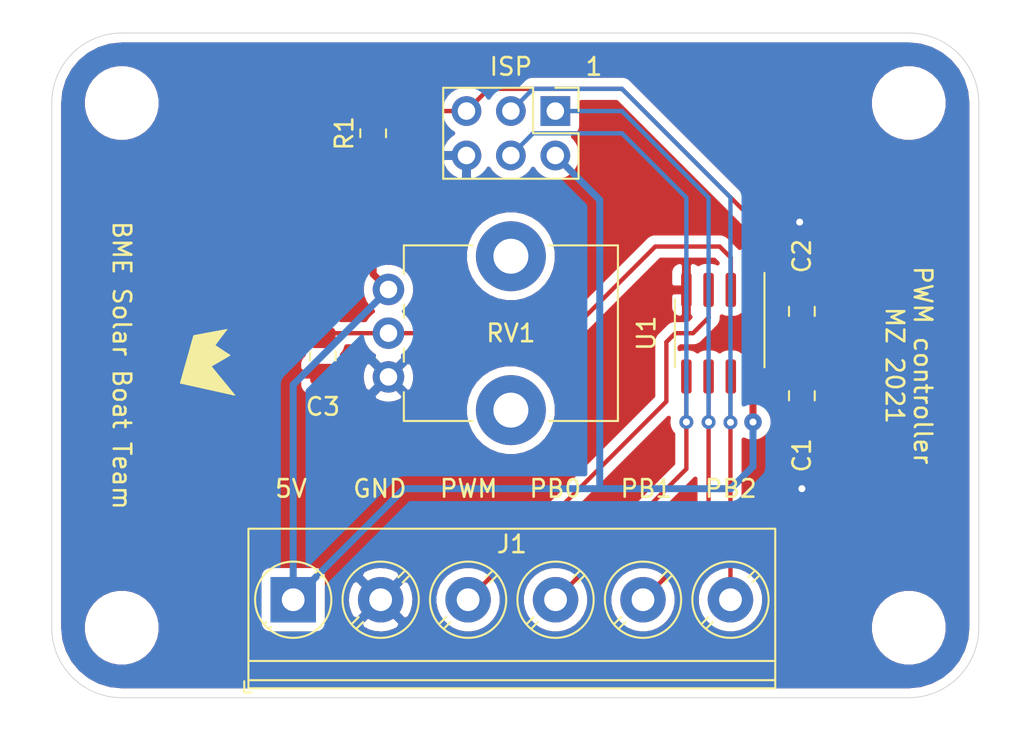
<source format=kicad_pcb>
(kicad_pcb (version 20171130) (host pcbnew 5.1.9-73d0e3b20d~88~ubuntu20.04.1)

  (general
    (thickness 1.6)
    (drawings 18)
    (tracks 59)
    (zones 0)
    (modules 13)
    (nets 9)
  )

  (page A4)
  (layers
    (0 F.Cu signal)
    (31 B.Cu signal)
    (32 B.Adhes user)
    (33 F.Adhes user)
    (34 B.Paste user)
    (35 F.Paste user)
    (36 B.SilkS user)
    (37 F.SilkS user)
    (38 B.Mask user)
    (39 F.Mask user)
    (40 Dwgs.User user)
    (41 Cmts.User user)
    (42 Eco1.User user)
    (43 Eco2.User user)
    (44 Edge.Cuts user)
    (45 Margin user)
    (46 B.CrtYd user)
    (47 F.CrtYd user)
    (48 B.Fab user)
    (49 F.Fab user hide)
  )

  (setup
    (last_trace_width 0.25)
    (trace_clearance 0.2)
    (zone_clearance 0.508)
    (zone_45_only no)
    (trace_min 0.2)
    (via_size 0.8)
    (via_drill 0.4)
    (via_min_size 0.4)
    (via_min_drill 0.3)
    (uvia_size 0.3)
    (uvia_drill 0.1)
    (uvias_allowed no)
    (uvia_min_size 0.2)
    (uvia_min_drill 0.1)
    (edge_width 0.05)
    (segment_width 0.2)
    (pcb_text_width 0.3)
    (pcb_text_size 1.5 1.5)
    (mod_edge_width 0.12)
    (mod_text_size 1 1)
    (mod_text_width 0.15)
    (pad_size 1.524 1.524)
    (pad_drill 0.762)
    (pad_to_mask_clearance 0)
    (aux_axis_origin 0 0)
    (visible_elements FFFFFF7F)
    (pcbplotparams
      (layerselection 0x010fc_ffffffff)
      (usegerberextensions false)
      (usegerberattributes true)
      (usegerberadvancedattributes true)
      (creategerberjobfile true)
      (excludeedgelayer true)
      (linewidth 0.100000)
      (plotframeref false)
      (viasonmask false)
      (mode 1)
      (useauxorigin false)
      (hpglpennumber 1)
      (hpglpenspeed 20)
      (hpglpendiameter 15.000000)
      (psnegative false)
      (psa4output false)
      (plotreference true)
      (plotvalue true)
      (plotinvisibletext false)
      (padsonsilk false)
      (subtractmaskfromsilk true)
      (outputformat 1)
      (mirror false)
      (drillshape 0)
      (scaleselection 1)
      (outputdirectory "./gerber/"))
  )

  (net 0 "")
  (net 1 GND)
  (net 2 +5V)
  (net 3 POT)
  (net 4 PWM)
  (net 5 PB2)
  (net 6 PB1)
  (net 7 PB0)
  (net 8 nRST)

  (net_class Default "This is the default net class."
    (clearance 0.2)
    (trace_width 0.25)
    (via_dia 0.8)
    (via_drill 0.4)
    (uvia_dia 0.3)
    (uvia_drill 0.1)
    (add_net PB0)
    (add_net PB1)
    (add_net PB2)
    (add_net POT)
    (add_net PWM)
    (add_net nRST)
  )

  (net_class PWR ""
    (clearance 0.2)
    (trace_width 0.4)
    (via_dia 1)
    (via_drill 0.4)
    (uvia_dia 0.3)
    (uvia_drill 0.1)
    (add_net +5V)
    (add_net GND)
  )

  (module Solar_NYHL:logo_small_3 (layer F.Cu) (tedit 0) (tstamp 60711817)
    (at 78 139 270)
    (fp_text reference G*** (at 0 0 90) (layer F.SilkS) hide
      (effects (font (size 1.524 1.524) (thickness 0.3)))
    )
    (fp_text value LOGO (at 0.75 0 90) (layer F.SilkS) hide
      (effects (font (size 1.524 1.524) (thickness 0.3)))
    )
    (fp_poly (pts (xy 1.722967 -1.492176) (xy 1.725648 -1.48082) (xy 1.724977 -1.469993) (xy 1.722416 -1.451354)
      (xy 1.718353 -1.426993) (xy 1.713178 -1.399001) (xy 1.707279 -1.369468) (xy 1.701045 -1.340482)
      (xy 1.694864 -1.314134) (xy 1.693992 -1.31064) (xy 1.691617 -1.300642) (xy 1.687243 -1.2816)
      (xy 1.681025 -1.254216) (xy 1.673118 -1.219189) (xy 1.663678 -1.17722) (xy 1.652861 -1.129009)
      (xy 1.640822 -1.075256) (xy 1.627718 -1.016661) (xy 1.613704 -0.953925) (xy 1.598935 -0.887747)
      (xy 1.583568 -0.818828) (xy 1.567759 -0.747868) (xy 1.551662 -0.675567) (xy 1.535433 -0.602625)
      (xy 1.519229 -0.529743) (xy 1.503205 -0.457621) (xy 1.487517 -0.386958) (xy 1.47232 -0.318455)
      (xy 1.457771 -0.252813) (xy 1.444024 -0.19073) (xy 1.431236 -0.132909) (xy 1.419563 -0.080047)
      (xy 1.409159 -0.032847) (xy 1.400182 0.007992) (xy 1.392786 0.04177) (xy 1.387127 0.067787)
      (xy 1.383361 0.085342) (xy 1.381644 0.093735) (xy 1.381601 0.09398) (xy 1.377853 0.113836)
      (xy 1.372896 0.136936) (xy 1.369856 0.14986) (xy 1.364769 0.171133) (xy 1.358371 0.198766)
      (xy 1.351225 0.230231) (xy 1.343897 0.262999) (xy 1.336948 0.294542) (xy 1.330944 0.322333)
      (xy 1.326446 0.343843) (xy 1.325119 0.35052) (xy 1.321245 0.368714) (xy 1.317258 0.384658)
      (xy 1.315288 0.39116) (xy 1.31334 0.398541) (xy 1.30945 0.414833) (xy 1.30385 0.439021)
      (xy 1.296769 0.47009) (xy 1.288436 0.507025) (xy 1.279083 0.548812) (xy 1.268938 0.594435)
      (xy 1.258231 0.64288) (xy 1.25717 0.6477) (xy 1.246269 0.697146) (xy 1.235802 0.744516)
      (xy 1.226019 0.788691) (xy 1.217167 0.828556) (xy 1.209494 0.862994) (xy 1.203248 0.89089)
      (xy 1.198679 0.911126) (xy 1.196034 0.922587) (xy 1.195989 0.922774) (xy 1.19076 0.945508)
      (xy 1.184913 0.972424) (xy 1.17883 1.001578) (xy 1.172896 1.031025) (xy 1.167493 1.058819)
      (xy 1.163005 1.083016) (xy 1.159816 1.101671) (xy 1.158309 1.112839) (xy 1.15824 1.114254)
      (xy 1.156384 1.125489) (xy 1.153719 1.130553) (xy 1.149904 1.138714) (xy 1.144772 1.15597)
      (xy 1.138531 1.18137) (xy 1.131391 1.213966) (xy 1.123561 1.252806) (xy 1.115248 1.296941)
      (xy 1.107126 1.342722) (xy 1.103559 1.360315) (xy 1.099709 1.374678) (xy 1.09732 1.380822)
      (xy 1.093371 1.390931) (xy 1.089058 1.406136) (xy 1.087636 1.41224) (xy 1.084055 1.428175)
      (xy 1.079038 1.449861) (xy 1.073541 1.473172) (xy 1.072321 1.47828) (xy 1.067515 1.500166)
      (xy 1.063862 1.520248) (xy 1.061978 1.535029) (xy 1.06185 1.537866) (xy 1.060663 1.553225)
      (xy 1.057691 1.5733) (xy 1.053531 1.595279) (xy 1.048776 1.616351) (xy 1.044023 1.633704)
      (xy 1.039868 1.644526) (xy 1.038962 1.64592) (xy 1.031842 1.657352) (xy 1.029631 1.66243)
      (xy 1.022633 1.670289) (xy 1.012465 1.669928) (xy 1.008126 1.667096) (xy 0.998382 1.66197)
      (xy 0.983506 1.657311) (xy 0.96782 1.654142) (xy 0.955652 1.653487) (xy 0.95299 1.654054)
      (xy 0.94346 1.653988) (xy 0.929839 1.649945) (xy 0.925788 1.648169) (xy 0.909896 1.642044)
      (xy 0.889504 1.636015) (xy 0.8763 1.632923) (xy 0.853459 1.627237) (xy 0.829221 1.619676)
      (xy 0.81788 1.615481) (xy 0.806303 1.611441) (xy 0.786365 1.605152) (xy 0.759508 1.597027)
      (xy 0.727178 1.587475) (xy 0.690816 1.57691) (xy 0.651867 1.565743) (xy 0.611775 1.554385)
      (xy 0.571984 1.543249) (xy 0.533936 1.532745) (xy 0.499076 1.523287) (xy 0.468847 1.515284)
      (xy 0.44704 1.509728) (xy 0.420215 1.502547) (xy 0.390039 1.493655) (xy 0.362687 1.484879)
      (xy 0.36068 1.484193) (xy 0.337095 1.476768) (xy 0.313204 1.470364) (xy 0.293382 1.466131)
      (xy 0.289682 1.46556) (xy 0.272036 1.462244) (xy 0.257263 1.457897) (xy 0.251582 1.455258)
      (xy 0.245718 1.453238) (xy 0.230723 1.448671) (xy 0.207255 1.441742) (xy 0.175971 1.432636)
      (xy 0.137525 1.421537) (xy 0.092575 1.408632) (xy 0.041777 1.394104) (xy -0.014213 1.378139)
      (xy -0.074738 1.360922) (xy -0.139143 1.342637) (xy -0.206772 1.32347) (xy -0.276967 1.303605)
      (xy -0.349072 1.283228) (xy -0.422432 1.262524) (xy -0.49639 1.241676) (xy -0.57029 1.220872)
      (xy -0.643476 1.200294) (xy -0.71529 1.180129) (xy -0.785078 1.16056) (xy -0.852182 1.141775)
      (xy -0.915947 1.123956) (xy -0.975715 1.107289) (xy -1.030832 1.091959) (xy -1.080641 1.078151)
      (xy -1.124484 1.066051) (xy -1.161707 1.055842) (xy -1.191653 1.04771) (xy -1.213665 1.041839)
      (xy -1.227088 1.038416) (xy -1.22936 1.037889) (xy -1.249166 1.03322) (xy -1.267178 1.028423)
      (xy -1.27762 1.025169) (xy -1.287601 1.021956) (xy -1.306632 1.016206) (xy -1.333985 1.00813)
      (xy -1.368929 0.997939) (xy -1.410734 0.985845) (xy -1.458671 0.972059) (xy -1.512009 0.956792)
      (xy -1.570018 0.940256) (xy -1.62306 0.925188) (xy -1.657014 0.915506) (xy -1.682408 0.908048)
      (xy -1.700467 0.90231) (xy -1.71242 0.897787) (xy -1.719494 0.893975) (xy -1.722913 0.890372)
      (xy -1.723907 0.886473) (xy -1.72385 0.883794) (xy -1.724467 0.872303) (xy -1.726884 0.854964)
      (xy -1.730038 0.8382) (xy -1.733323 0.822097) (xy -1.738206 0.797292) (xy -1.744578 0.76438)
      (xy -1.752327 0.723954) (xy -1.761344 0.676609) (xy -1.771517 0.622939) (xy -1.782737 0.563539)
      (xy -1.794892 0.499003) (xy -1.807873 0.429925) (xy -1.821568 0.3569) (xy -1.835869 0.280522)
      (xy -1.850663 0.201386) (xy -1.86584 0.120085) (xy -1.881291 0.037214) (xy -1.896905 -0.046632)
      (xy -1.91257 -0.130859) (xy -1.928178 -0.214873) (xy -1.943617 -0.298079) (xy -1.958776 -0.379884)
      (xy -1.973546 -0.459692) (xy -1.987816 -0.536909) (xy -2.001476 -0.610942) (xy -2.014414 -0.681195)
      (xy -2.026522 -0.747074) (xy -2.037687 -0.807985) (xy -2.0478 -0.863334) (xy -2.05675 -0.912525)
      (xy -2.064427 -0.954966) (xy -2.07072 -0.990061) (xy -2.075519 -1.017216) (xy -2.078714 -1.035837)
      (xy -2.080194 -1.045329) (xy -2.080272 -1.046461) (xy -2.072544 -1.051347) (xy -2.062724 -1.048049)
      (xy -2.05675 -1.041922) (xy -2.051439 -1.037054) (xy -2.038756 -1.026682) (xy -2.019328 -1.011283)
      (xy -1.993784 -0.991328) (xy -1.96275 -0.967294) (xy -1.926854 -0.939653) (xy -1.886722 -0.90888)
      (xy -1.842982 -0.875448) (xy -1.79626 -0.839833) (xy -1.747185 -0.802508) (xy -1.696382 -0.763946)
      (xy -1.644481 -0.724623) (xy -1.592106 -0.685012) (xy -1.539887 -0.645588) (xy -1.488449 -0.606823)
      (xy -1.438421 -0.569194) (xy -1.390428 -0.533172) (xy -1.3451 -0.499234) (xy -1.303061 -0.467852)
      (xy -1.264941 -0.439501) (xy -1.231365 -0.414654) (xy -1.202962 -0.393787) (xy -1.180358 -0.377372)
      (xy -1.16418 -0.365885) (xy -1.155056 -0.359799) (xy -1.153215 -0.358947) (xy -1.148885 -0.364823)
      (xy -1.148008 -0.366091) (xy -1.116355 -0.366091) (xy -1.11566 -0.36576) (xy -1.111024 -0.369337)
      (xy -1.10998 -0.37084) (xy -1.108686 -0.37559) (xy -1.109381 -0.37592) (xy -1.114017 -0.372344)
      (xy -1.11506 -0.37084) (xy -1.116355 -0.366091) (xy -1.148008 -0.366091) (xy -1.139502 -0.378389)
      (xy -1.125528 -0.398947) (xy -1.107424 -0.425801) (xy -1.086138 -0.457531) (xy -1.055395 -0.457531)
      (xy -1.0547 -0.4572) (xy -1.050064 -0.460777) (xy -1.04902 -0.46228) (xy -1.047726 -0.46703)
      (xy -1.048421 -0.46736) (xy -1.053057 -0.463784) (xy -1.0541 -0.46228) (xy -1.055395 -0.457531)
      (xy -1.086138 -0.457531) (xy -1.085652 -0.458254) (xy -1.065754 -0.488011) (xy -1.035075 -0.488011)
      (xy -1.03438 -0.48768) (xy -1.029744 -0.491257) (xy -1.0287 -0.49276) (xy -1.027406 -0.49751)
      (xy -1.028101 -0.49784) (xy -1.032737 -0.494264) (xy -1.03378 -0.49276) (xy -1.035075 -0.488011)
      (xy -1.065754 -0.488011) (xy -1.060673 -0.495609) (xy -1.054102 -0.50546) (xy -1.02616 -0.50546)
      (xy -1.02362 -0.50292) (xy -1.02108 -0.50546) (xy -1.02362 -0.508) (xy -1.02616 -0.50546)
      (xy -1.054102 -0.50546) (xy -1.032948 -0.537169) (xy -1.023619 -0.55118) (xy -0.99568 -0.55118)
      (xy -0.99314 -0.54864) (xy -0.9906 -0.55118) (xy -0.99314 -0.55372) (xy -0.99568 -0.55118)
      (xy -1.023619 -0.55118) (xy -1.002938 -0.582236) (xy -0.971106 -0.630115) (xy -0.937912 -0.680109)
      (xy -0.903818 -0.731519) (xy -0.869285 -0.783651) (xy -0.834774 -0.835805) (xy -0.800747 -0.887287)
      (xy -0.767665 -0.937398) (xy -0.73599 -0.985443) (xy -0.706182 -1.030723) (xy -0.678703 -1.072543)
      (xy -0.654015 -1.110205) (xy -0.632579 -1.143012) (xy -0.614856 -1.170267) (xy -0.601307 -1.191274)
      (xy -0.592394 -1.205336) (xy -0.588579 -1.211756) (xy -0.588471 -1.212032) (xy -0.587367 -1.216743)
      (xy -0.585894 -1.220143) (xy -0.583787 -1.221812) (xy -0.580783 -1.22133) (xy -0.576617 -1.218279)
      (xy -0.571025 -1.212239) (xy -0.563744 -1.202792) (xy -0.55451 -1.189516) (xy -0.543059 -1.171994)
      (xy -0.529126 -1.149806) (xy -0.512449 -1.122533) (xy -0.492762 -1.089755) (xy -0.469803 -1.051053)
      (xy -0.443307 -1.006008) (xy -0.41301 -0.9542) (xy -0.378648 -0.89521) (xy -0.339958 -0.828619)
      (xy -0.296675 -0.754008) (xy -0.25589 -0.683646) (xy -0.216449 -0.615602) (xy -0.178421 -0.550017)
      (xy -0.142115 -0.487424) (xy -0.107843 -0.428358) (xy -0.075914 -0.373353) (xy -0.046639 -0.322945)
      (xy -0.02033 -0.277667) (xy 0.002705 -0.238054) (xy 0.022153 -0.204641) (xy 0.037705 -0.177961)
      (xy 0.04905 -0.158551) (xy 0.055877 -0.146943) (xy 0.057896 -0.143611) (xy 0.061948 -0.146599)
      (xy 0.073481 -0.155747) (xy 0.092132 -0.170757) (xy 0.117536 -0.191332) (xy 0.149332 -0.217174)
      (xy 0.187155 -0.247986) (xy 0.230641 -0.283471) (xy 0.279427 -0.323332) (xy 0.333151 -0.367271)
      (xy 0.391447 -0.414991) (xy 0.453953 -0.466195) (xy 0.520305 -0.520586) (xy 0.59014 -0.577866)
      (xy 0.663094 -0.637738) (xy 0.738803 -0.699904) (xy 0.816905 -0.764068) (xy 0.883574 -0.818865)
      (xy 0.963477 -0.88452) (xy 1.041349 -0.94844) (xy 1.116822 -1.010326) (xy 1.18953 -1.069881)
      (xy 1.259106 -1.126805) (xy 1.325182 -1.180799) (xy 1.38739 -1.231566) (xy 1.445365 -1.278805)
      (xy 1.498739 -1.322219) (xy 1.547143 -1.361508) (xy 1.590212 -1.396374) (xy 1.627579 -1.426519)
      (xy 1.6545 -1.448131) (xy 1.692885 -1.448131) (xy 1.69358 -1.4478) (xy 1.698216 -1.451377)
      (xy 1.69926 -1.45288) (xy 1.700554 -1.45763) (xy 1.699859 -1.45796) (xy 1.695223 -1.454384)
      (xy 1.69418 -1.45288) (xy 1.692885 -1.448131) (xy 1.6545 -1.448131) (xy 1.658875 -1.451643)
      (xy 1.683733 -1.471447) (xy 1.701787 -1.485634) (xy 1.71267 -1.493904) (xy 1.715986 -1.49606)
      (xy 1.722967 -1.492176)) (layer F.SilkS) (width 0.01))
  )

  (module Capacitor_SMD:C_0805_2012Metric_Pad1.18x1.45mm_HandSolder (layer F.Cu) (tedit 5F68FEEF) (tstamp 60707721)
    (at 111.887 140.7375 270)
    (descr "Capacitor SMD 0805 (2012 Metric), square (rectangular) end terminal, IPC_7351 nominal with elongated pad for handsoldering. (Body size source: IPC-SM-782 page 76, https://www.pcb-3d.com/wordpress/wp-content/uploads/ipc-sm-782a_amendment_1_and_2.pdf, https://docs.google.com/spreadsheets/d/1BsfQQcO9C6DZCsRaXUlFlo91Tg2WpOkGARC1WS5S8t0/edit?usp=sharing), generated with kicad-footprint-generator")
    (tags "capacitor handsolder")
    (path /6070273A)
    (attr smd)
    (fp_text reference C1 (at 3.4075 0 90) (layer F.SilkS)
      (effects (font (size 1 1) (thickness 0.15)))
    )
    (fp_text value 1u (at 0 1.68 90) (layer F.Fab)
      (effects (font (size 1 1) (thickness 0.15)))
    )
    (fp_line (start -1 0.625) (end -1 -0.625) (layer F.Fab) (width 0.1))
    (fp_line (start -1 -0.625) (end 1 -0.625) (layer F.Fab) (width 0.1))
    (fp_line (start 1 -0.625) (end 1 0.625) (layer F.Fab) (width 0.1))
    (fp_line (start 1 0.625) (end -1 0.625) (layer F.Fab) (width 0.1))
    (fp_line (start -0.261252 -0.735) (end 0.261252 -0.735) (layer F.SilkS) (width 0.12))
    (fp_line (start -0.261252 0.735) (end 0.261252 0.735) (layer F.SilkS) (width 0.12))
    (fp_line (start -1.88 0.98) (end -1.88 -0.98) (layer F.CrtYd) (width 0.05))
    (fp_line (start -1.88 -0.98) (end 1.88 -0.98) (layer F.CrtYd) (width 0.05))
    (fp_line (start 1.88 -0.98) (end 1.88 0.98) (layer F.CrtYd) (width 0.05))
    (fp_line (start 1.88 0.98) (end -1.88 0.98) (layer F.CrtYd) (width 0.05))
    (fp_text user %R (at 0 0 90) (layer F.Fab)
      (effects (font (size 0.5 0.5) (thickness 0.08)))
    )
    (pad 2 smd roundrect (at 1.0375 0 270) (size 1.175 1.45) (layers F.Cu F.Paste F.Mask) (roundrect_rratio 0.2127659574468085)
      (net 1 GND))
    (pad 1 smd roundrect (at -1.0375 0 270) (size 1.175 1.45) (layers F.Cu F.Paste F.Mask) (roundrect_rratio 0.2127659574468085)
      (net 2 +5V))
    (model ${KISYS3DMOD}/Capacitor_SMD.3dshapes/C_0805_2012Metric.wrl
      (at (xyz 0 0 0))
      (scale (xyz 1 1 1))
      (rotate (xyz 0 0 0))
    )
  )

  (module Capacitor_SMD:C_0805_2012Metric_Pad1.18x1.45mm_HandSolder (layer F.Cu) (tedit 5F68FEEF) (tstamp 6070E932)
    (at 111.887 135.9115 90)
    (descr "Capacitor SMD 0805 (2012 Metric), square (rectangular) end terminal, IPC_7351 nominal with elongated pad for handsoldering. (Body size source: IPC-SM-782 page 76, https://www.pcb-3d.com/wordpress/wp-content/uploads/ipc-sm-782a_amendment_1_and_2.pdf, https://docs.google.com/spreadsheets/d/1BsfQQcO9C6DZCsRaXUlFlo91Tg2WpOkGARC1WS5S8t0/edit?usp=sharing), generated with kicad-footprint-generator")
    (tags "capacitor handsolder")
    (path /60702D31)
    (attr smd)
    (fp_text reference C2 (at 3.1535 0 90) (layer F.SilkS)
      (effects (font (size 1 1) (thickness 0.15)))
    )
    (fp_text value 100n (at 0 1.68 90) (layer F.Fab)
      (effects (font (size 1 1) (thickness 0.15)))
    )
    (fp_line (start 1.88 0.98) (end -1.88 0.98) (layer F.CrtYd) (width 0.05))
    (fp_line (start 1.88 -0.98) (end 1.88 0.98) (layer F.CrtYd) (width 0.05))
    (fp_line (start -1.88 -0.98) (end 1.88 -0.98) (layer F.CrtYd) (width 0.05))
    (fp_line (start -1.88 0.98) (end -1.88 -0.98) (layer F.CrtYd) (width 0.05))
    (fp_line (start -0.261252 0.735) (end 0.261252 0.735) (layer F.SilkS) (width 0.12))
    (fp_line (start -0.261252 -0.735) (end 0.261252 -0.735) (layer F.SilkS) (width 0.12))
    (fp_line (start 1 0.625) (end -1 0.625) (layer F.Fab) (width 0.1))
    (fp_line (start 1 -0.625) (end 1 0.625) (layer F.Fab) (width 0.1))
    (fp_line (start -1 -0.625) (end 1 -0.625) (layer F.Fab) (width 0.1))
    (fp_line (start -1 0.625) (end -1 -0.625) (layer F.Fab) (width 0.1))
    (fp_text user %R (at 0 0 90) (layer F.Fab)
      (effects (font (size 0.5 0.5) (thickness 0.08)))
    )
    (pad 1 smd roundrect (at -1.0375 0 90) (size 1.175 1.45) (layers F.Cu F.Paste F.Mask) (roundrect_rratio 0.2127659574468085)
      (net 2 +5V))
    (pad 2 smd roundrect (at 1.0375 0 90) (size 1.175 1.45) (layers F.Cu F.Paste F.Mask) (roundrect_rratio 0.2127659574468085)
      (net 1 GND))
    (model ${KISYS3DMOD}/Capacitor_SMD.3dshapes/C_0805_2012Metric.wrl
      (at (xyz 0 0 0))
      (scale (xyz 1 1 1))
      (rotate (xyz 0 0 0))
    )
  )

  (module Capacitor_SMD:C_0805_2012Metric_Pad1.18x1.45mm_HandSolder (layer F.Cu) (tedit 5F68FEEF) (tstamp 60707743)
    (at 84.5 138.4625 270)
    (descr "Capacitor SMD 0805 (2012 Metric), square (rectangular) end terminal, IPC_7351 nominal with elongated pad for handsoldering. (Body size source: IPC-SM-782 page 76, https://www.pcb-3d.com/wordpress/wp-content/uploads/ipc-sm-782a_amendment_1_and_2.pdf, https://docs.google.com/spreadsheets/d/1BsfQQcO9C6DZCsRaXUlFlo91Tg2WpOkGARC1WS5S8t0/edit?usp=sharing), generated with kicad-footprint-generator")
    (tags "capacitor handsolder")
    (path /60701BCA)
    (attr smd)
    (fp_text reference C3 (at 2.8995 0) (layer F.SilkS)
      (effects (font (size 1 1) (thickness 0.15)))
    )
    (fp_text value 100n (at 0 1.68 90) (layer F.Fab)
      (effects (font (size 1 1) (thickness 0.15)))
    )
    (fp_line (start 1.88 0.98) (end -1.88 0.98) (layer F.CrtYd) (width 0.05))
    (fp_line (start 1.88 -0.98) (end 1.88 0.98) (layer F.CrtYd) (width 0.05))
    (fp_line (start -1.88 -0.98) (end 1.88 -0.98) (layer F.CrtYd) (width 0.05))
    (fp_line (start -1.88 0.98) (end -1.88 -0.98) (layer F.CrtYd) (width 0.05))
    (fp_line (start -0.261252 0.735) (end 0.261252 0.735) (layer F.SilkS) (width 0.12))
    (fp_line (start -0.261252 -0.735) (end 0.261252 -0.735) (layer F.SilkS) (width 0.12))
    (fp_line (start 1 0.625) (end -1 0.625) (layer F.Fab) (width 0.1))
    (fp_line (start 1 -0.625) (end 1 0.625) (layer F.Fab) (width 0.1))
    (fp_line (start -1 -0.625) (end 1 -0.625) (layer F.Fab) (width 0.1))
    (fp_line (start -1 0.625) (end -1 -0.625) (layer F.Fab) (width 0.1))
    (fp_text user %R (at 0 0 90) (layer F.Fab)
      (effects (font (size 0.5 0.5) (thickness 0.08)))
    )
    (pad 1 smd roundrect (at -1.0375 0 270) (size 1.175 1.45) (layers F.Cu F.Paste F.Mask) (roundrect_rratio 0.2127659574468085)
      (net 3 POT))
    (pad 2 smd roundrect (at 1.0375 0 270) (size 1.175 1.45) (layers F.Cu F.Paste F.Mask) (roundrect_rratio 0.2127659574468085)
      (net 1 GND))
    (model ${KISYS3DMOD}/Capacitor_SMD.3dshapes/C_0805_2012Metric.wrl
      (at (xyz 0 0 0))
      (scale (xyz 1 1 1))
      (rotate (xyz 0 0 0))
    )
  )

  (module TerminalBlock_Phoenix:TerminalBlock_Phoenix_PT-1,5-6-5.0-H_1x06_P5.00mm_Horizontal (layer F.Cu) (tedit 5B294F6B) (tstamp 6070D7C5)
    (at 82.804 152.4)
    (descr "Terminal Block Phoenix PT-1,5-6-5.0-H, 6 pins, pitch 5mm, size 30x9mm^2, drill diamater 1.3mm, pad diameter 2.6mm, see http://www.mouser.com/ds/2/324/ItemDetail_1935161-922578.pdf, script-generated using https://github.com/pointhi/kicad-footprint-generator/scripts/TerminalBlock_Phoenix")
    (tags "THT Terminal Block Phoenix PT-1,5-6-5.0-H pitch 5mm size 30x9mm^2 drill 1.3mm pad 2.6mm")
    (path /60702F3D)
    (fp_text reference J1 (at 12.5 -3.175) (layer F.SilkS)
      (effects (font (size 1 1) (thickness 0.15)))
    )
    (fp_text value Screw_Terminal_01x06 (at 12.5 6.06) (layer F.Fab)
      (effects (font (size 1 1) (thickness 0.15)))
    )
    (fp_line (start 28 -4.5) (end -3 -4.5) (layer F.CrtYd) (width 0.05))
    (fp_line (start 28 5.5) (end 28 -4.5) (layer F.CrtYd) (width 0.05))
    (fp_line (start -3 5.5) (end 28 5.5) (layer F.CrtYd) (width 0.05))
    (fp_line (start -3 -4.5) (end -3 5.5) (layer F.CrtYd) (width 0.05))
    (fp_line (start -2.8 5.3) (end -2.4 5.3) (layer F.SilkS) (width 0.12))
    (fp_line (start -2.8 4.66) (end -2.8 5.3) (layer F.SilkS) (width 0.12))
    (fp_line (start 23.742 0.992) (end 23.347 1.388) (layer F.SilkS) (width 0.12))
    (fp_line (start 26.388 -1.654) (end 26.008 -1.274) (layer F.SilkS) (width 0.12))
    (fp_line (start 23.993 1.274) (end 23.613 1.654) (layer F.SilkS) (width 0.12))
    (fp_line (start 26.654 -1.388) (end 26.259 -0.992) (layer F.SilkS) (width 0.12))
    (fp_line (start 26.273 -1.517) (end 23.484 1.273) (layer F.Fab) (width 0.1))
    (fp_line (start 26.517 -1.273) (end 23.728 1.517) (layer F.Fab) (width 0.1))
    (fp_line (start 18.742 0.992) (end 18.347 1.388) (layer F.SilkS) (width 0.12))
    (fp_line (start 21.388 -1.654) (end 21.008 -1.274) (layer F.SilkS) (width 0.12))
    (fp_line (start 18.993 1.274) (end 18.613 1.654) (layer F.SilkS) (width 0.12))
    (fp_line (start 21.654 -1.388) (end 21.259 -0.992) (layer F.SilkS) (width 0.12))
    (fp_line (start 21.273 -1.517) (end 18.484 1.273) (layer F.Fab) (width 0.1))
    (fp_line (start 21.517 -1.273) (end 18.728 1.517) (layer F.Fab) (width 0.1))
    (fp_line (start 13.742 0.992) (end 13.347 1.388) (layer F.SilkS) (width 0.12))
    (fp_line (start 16.388 -1.654) (end 16.008 -1.274) (layer F.SilkS) (width 0.12))
    (fp_line (start 13.993 1.274) (end 13.613 1.654) (layer F.SilkS) (width 0.12))
    (fp_line (start 16.654 -1.388) (end 16.259 -0.992) (layer F.SilkS) (width 0.12))
    (fp_line (start 16.273 -1.517) (end 13.484 1.273) (layer F.Fab) (width 0.1))
    (fp_line (start 16.517 -1.273) (end 13.728 1.517) (layer F.Fab) (width 0.1))
    (fp_line (start 8.742 0.992) (end 8.347 1.388) (layer F.SilkS) (width 0.12))
    (fp_line (start 11.388 -1.654) (end 11.008 -1.274) (layer F.SilkS) (width 0.12))
    (fp_line (start 8.993 1.274) (end 8.613 1.654) (layer F.SilkS) (width 0.12))
    (fp_line (start 11.654 -1.388) (end 11.259 -0.992) (layer F.SilkS) (width 0.12))
    (fp_line (start 11.273 -1.517) (end 8.484 1.273) (layer F.Fab) (width 0.1))
    (fp_line (start 11.517 -1.273) (end 8.728 1.517) (layer F.Fab) (width 0.1))
    (fp_line (start 3.742 0.992) (end 3.347 1.388) (layer F.SilkS) (width 0.12))
    (fp_line (start 6.388 -1.654) (end 6.008 -1.274) (layer F.SilkS) (width 0.12))
    (fp_line (start 3.993 1.274) (end 3.613 1.654) (layer F.SilkS) (width 0.12))
    (fp_line (start 6.654 -1.388) (end 6.259 -0.992) (layer F.SilkS) (width 0.12))
    (fp_line (start 6.273 -1.517) (end 3.484 1.273) (layer F.Fab) (width 0.1))
    (fp_line (start 6.517 -1.273) (end 3.728 1.517) (layer F.Fab) (width 0.1))
    (fp_line (start -1.548 1.281) (end -1.654 1.388) (layer F.SilkS) (width 0.12))
    (fp_line (start 1.388 -1.654) (end 1.281 -1.547) (layer F.SilkS) (width 0.12))
    (fp_line (start -1.282 1.547) (end -1.388 1.654) (layer F.SilkS) (width 0.12))
    (fp_line (start 1.654 -1.388) (end 1.547 -1.281) (layer F.SilkS) (width 0.12))
    (fp_line (start 1.273 -1.517) (end -1.517 1.273) (layer F.Fab) (width 0.1))
    (fp_line (start 1.517 -1.273) (end -1.273 1.517) (layer F.Fab) (width 0.1))
    (fp_line (start 27.56 -4.06) (end 27.56 5.06) (layer F.SilkS) (width 0.12))
    (fp_line (start -2.56 -4.06) (end -2.56 5.06) (layer F.SilkS) (width 0.12))
    (fp_line (start -2.56 5.06) (end 27.56 5.06) (layer F.SilkS) (width 0.12))
    (fp_line (start -2.56 -4.06) (end 27.56 -4.06) (layer F.SilkS) (width 0.12))
    (fp_line (start -2.56 3.5) (end 27.56 3.5) (layer F.SilkS) (width 0.12))
    (fp_line (start -2.5 3.5) (end 27.5 3.5) (layer F.Fab) (width 0.1))
    (fp_line (start -2.56 4.6) (end 27.56 4.6) (layer F.SilkS) (width 0.12))
    (fp_line (start -2.5 4.6) (end 27.5 4.6) (layer F.Fab) (width 0.1))
    (fp_line (start -2.5 4.6) (end -2.5 -4) (layer F.Fab) (width 0.1))
    (fp_line (start -2.1 5) (end -2.5 4.6) (layer F.Fab) (width 0.1))
    (fp_line (start 27.5 5) (end -2.1 5) (layer F.Fab) (width 0.1))
    (fp_line (start 27.5 -4) (end 27.5 5) (layer F.Fab) (width 0.1))
    (fp_line (start -2.5 -4) (end 27.5 -4) (layer F.Fab) (width 0.1))
    (fp_circle (center 25 0) (end 27.18 0) (layer F.SilkS) (width 0.12))
    (fp_circle (center 25 0) (end 27 0) (layer F.Fab) (width 0.1))
    (fp_circle (center 20 0) (end 22.18 0) (layer F.SilkS) (width 0.12))
    (fp_circle (center 20 0) (end 22 0) (layer F.Fab) (width 0.1))
    (fp_circle (center 15 0) (end 17.18 0) (layer F.SilkS) (width 0.12))
    (fp_circle (center 15 0) (end 17 0) (layer F.Fab) (width 0.1))
    (fp_circle (center 10 0) (end 12.18 0) (layer F.SilkS) (width 0.12))
    (fp_circle (center 10 0) (end 12 0) (layer F.Fab) (width 0.1))
    (fp_circle (center 5 0) (end 7.18 0) (layer F.SilkS) (width 0.12))
    (fp_circle (center 5 0) (end 7 0) (layer F.Fab) (width 0.1))
    (fp_circle (center 0 0) (end 2.18 0) (layer F.SilkS) (width 0.12))
    (fp_circle (center 0 0) (end 2 0) (layer F.Fab) (width 0.1))
    (fp_text user %R (at 12.5 2.9) (layer F.Fab)
      (effects (font (size 1 1) (thickness 0.15)))
    )
    (pad 1 thru_hole rect (at 0 0) (size 2.6 2.6) (drill 1.3) (layers *.Cu *.Mask)
      (net 2 +5V))
    (pad 2 thru_hole circle (at 5 0) (size 2.6 2.6) (drill 1.3) (layers *.Cu *.Mask)
      (net 1 GND))
    (pad 3 thru_hole circle (at 10 0) (size 2.6 2.6) (drill 1.3) (layers *.Cu *.Mask)
      (net 4 PWM))
    (pad 4 thru_hole circle (at 15 0) (size 2.6 2.6) (drill 1.3) (layers *.Cu *.Mask)
      (net 7 PB0))
    (pad 5 thru_hole circle (at 20 0) (size 2.6 2.6) (drill 1.3) (layers *.Cu *.Mask)
      (net 6 PB1))
    (pad 6 thru_hole circle (at 25 0) (size 2.6 2.6) (drill 1.3) (layers *.Cu *.Mask)
      (net 5 PB2))
    (model ${KISYS3DMOD}/TerminalBlock_Phoenix.3dshapes/TerminalBlock_Phoenix_PT-1,5-6-5.0-H_1x06_P5.00mm_Horizontal.wrl
      (at (xyz 0 0 0))
      (scale (xyz 1 1 1))
      (rotate (xyz 0 0 0))
    )
  )

  (module Connector_PinHeader_2.54mm:PinHeader_2x03_P2.54mm_Vertical (layer F.Cu) (tedit 59FED5CC) (tstamp 607077AD)
    (at 97.79 124.46 270)
    (descr "Through hole straight pin header, 2x03, 2.54mm pitch, double rows")
    (tags "Through hole pin header THT 2x03 2.54mm double row")
    (path /606FC067)
    (fp_text reference J2 (at 2.54 -2.667 90) (layer F.SilkS) hide
      (effects (font (size 1 1) (thickness 0.15)))
    )
    (fp_text value ISP (at 1.27 7.41 90) (layer F.Fab)
      (effects (font (size 1 1) (thickness 0.15)))
    )
    (fp_line (start 4.35 -1.8) (end -1.8 -1.8) (layer F.CrtYd) (width 0.05))
    (fp_line (start 4.35 6.85) (end 4.35 -1.8) (layer F.CrtYd) (width 0.05))
    (fp_line (start -1.8 6.85) (end 4.35 6.85) (layer F.CrtYd) (width 0.05))
    (fp_line (start -1.8 -1.8) (end -1.8 6.85) (layer F.CrtYd) (width 0.05))
    (fp_line (start -1.33 -1.33) (end 0 -1.33) (layer F.SilkS) (width 0.12))
    (fp_line (start -1.33 0) (end -1.33 -1.33) (layer F.SilkS) (width 0.12))
    (fp_line (start 1.27 -1.33) (end 3.87 -1.33) (layer F.SilkS) (width 0.12))
    (fp_line (start 1.27 1.27) (end 1.27 -1.33) (layer F.SilkS) (width 0.12))
    (fp_line (start -1.33 1.27) (end 1.27 1.27) (layer F.SilkS) (width 0.12))
    (fp_line (start 3.87 -1.33) (end 3.87 6.41) (layer F.SilkS) (width 0.12))
    (fp_line (start -1.33 1.27) (end -1.33 6.41) (layer F.SilkS) (width 0.12))
    (fp_line (start -1.33 6.41) (end 3.87 6.41) (layer F.SilkS) (width 0.12))
    (fp_line (start -1.27 0) (end 0 -1.27) (layer F.Fab) (width 0.1))
    (fp_line (start -1.27 6.35) (end -1.27 0) (layer F.Fab) (width 0.1))
    (fp_line (start 3.81 6.35) (end -1.27 6.35) (layer F.Fab) (width 0.1))
    (fp_line (start 3.81 -1.27) (end 3.81 6.35) (layer F.Fab) (width 0.1))
    (fp_line (start 0 -1.27) (end 3.81 -1.27) (layer F.Fab) (width 0.1))
    (fp_text user %R (at 1.27 2.54) (layer F.Fab)
      (effects (font (size 1 1) (thickness 0.15)))
    )
    (pad 1 thru_hole rect (at 0 0 270) (size 1.7 1.7) (drill 1) (layers *.Cu *.Mask)
      (net 6 PB1))
    (pad 2 thru_hole oval (at 2.54 0 270) (size 1.7 1.7) (drill 1) (layers *.Cu *.Mask)
      (net 2 +5V))
    (pad 3 thru_hole oval (at 0 2.54 270) (size 1.7 1.7) (drill 1) (layers *.Cu *.Mask)
      (net 5 PB2))
    (pad 4 thru_hole oval (at 2.54 2.54 270) (size 1.7 1.7) (drill 1) (layers *.Cu *.Mask)
      (net 7 PB0))
    (pad 5 thru_hole oval (at 0 5.08 270) (size 1.7 1.7) (drill 1) (layers *.Cu *.Mask)
      (net 8 nRST))
    (pad 6 thru_hole oval (at 2.54 5.08 270) (size 1.7 1.7) (drill 1) (layers *.Cu *.Mask)
      (net 1 GND))
    (model ${KISYS3DMOD}/Connector_PinHeader_2.54mm.3dshapes/PinHeader_2x03_P2.54mm_Vertical.wrl
      (at (xyz 0 0 0))
      (scale (xyz 1 1 1))
      (rotate (xyz 0 0 0))
    )
  )

  (module Resistor_SMD:R_0805_2012Metric_Pad1.20x1.40mm_HandSolder (layer F.Cu) (tedit 5F68FEEE) (tstamp 6070EB3F)
    (at 87.376 125.73 90)
    (descr "Resistor SMD 0805 (2012 Metric), square (rectangular) end terminal, IPC_7351 nominal with elongated pad for handsoldering. (Body size source: IPC-SM-782 page 72, https://www.pcb-3d.com/wordpress/wp-content/uploads/ipc-sm-782a_amendment_1_and_2.pdf), generated with kicad-footprint-generator")
    (tags "resistor handsolder")
    (path /606F96B6)
    (attr smd)
    (fp_text reference R1 (at 0 -1.65 90) (layer F.SilkS)
      (effects (font (size 1 1) (thickness 0.15)))
    )
    (fp_text value 10k (at 0 1.65 90) (layer F.Fab)
      (effects (font (size 1 1) (thickness 0.15)))
    )
    (fp_line (start 1.85 0.95) (end -1.85 0.95) (layer F.CrtYd) (width 0.05))
    (fp_line (start 1.85 -0.95) (end 1.85 0.95) (layer F.CrtYd) (width 0.05))
    (fp_line (start -1.85 -0.95) (end 1.85 -0.95) (layer F.CrtYd) (width 0.05))
    (fp_line (start -1.85 0.95) (end -1.85 -0.95) (layer F.CrtYd) (width 0.05))
    (fp_line (start -0.227064 0.735) (end 0.227064 0.735) (layer F.SilkS) (width 0.12))
    (fp_line (start -0.227064 -0.735) (end 0.227064 -0.735) (layer F.SilkS) (width 0.12))
    (fp_line (start 1 0.625) (end -1 0.625) (layer F.Fab) (width 0.1))
    (fp_line (start 1 -0.625) (end 1 0.625) (layer F.Fab) (width 0.1))
    (fp_line (start -1 -0.625) (end 1 -0.625) (layer F.Fab) (width 0.1))
    (fp_line (start -1 0.625) (end -1 -0.625) (layer F.Fab) (width 0.1))
    (fp_text user %R (at 0 0 90) (layer F.Fab)
      (effects (font (size 0.5 0.5) (thickness 0.08)))
    )
    (pad 1 smd roundrect (at -1 0 90) (size 1.2 1.4) (layers F.Cu F.Paste F.Mask) (roundrect_rratio 0.2083325)
      (net 2 +5V))
    (pad 2 smd roundrect (at 1 0 90) (size 1.2 1.4) (layers F.Cu F.Paste F.Mask) (roundrect_rratio 0.2083325)
      (net 8 nRST))
    (model ${KISYS3DMOD}/Resistor_SMD.3dshapes/R_0805_2012Metric.wrl
      (at (xyz 0 0 0))
      (scale (xyz 1 1 1))
      (rotate (xyz 0 0 0))
    )
  )

  (module Package_SO:SOIC-8_3.9x4.9mm_P1.27mm (layer F.Cu) (tedit 5D9F72B1) (tstamp 6070DDB0)
    (at 107.188 137.16 270)
    (descr "SOIC, 8 Pin (JEDEC MS-012AA, https://www.analog.com/media/en/package-pcb-resources/package/pkg_pdf/soic_narrow-r/r_8.pdf), generated with kicad-footprint-generator ipc_gullwing_generator.py")
    (tags "SOIC SO")
    (path /606F9DA6)
    (attr smd)
    (fp_text reference U1 (at 0 4.191 90) (layer F.SilkS)
      (effects (font (size 1 1) (thickness 0.15)))
    )
    (fp_text value ATtiny25-20SSU (at 0 3.4 90) (layer F.Fab)
      (effects (font (size 1 1) (thickness 0.15)))
    )
    (fp_line (start 0 2.56) (end 1.95 2.56) (layer F.SilkS) (width 0.12))
    (fp_line (start 0 2.56) (end -1.95 2.56) (layer F.SilkS) (width 0.12))
    (fp_line (start 0 -2.56) (end 1.95 -2.56) (layer F.SilkS) (width 0.12))
    (fp_line (start 0 -2.56) (end -3.45 -2.56) (layer F.SilkS) (width 0.12))
    (fp_line (start -0.975 -2.45) (end 1.95 -2.45) (layer F.Fab) (width 0.1))
    (fp_line (start 1.95 -2.45) (end 1.95 2.45) (layer F.Fab) (width 0.1))
    (fp_line (start 1.95 2.45) (end -1.95 2.45) (layer F.Fab) (width 0.1))
    (fp_line (start -1.95 2.45) (end -1.95 -1.475) (layer F.Fab) (width 0.1))
    (fp_line (start -1.95 -1.475) (end -0.975 -2.45) (layer F.Fab) (width 0.1))
    (fp_line (start -3.7 -2.7) (end -3.7 2.7) (layer F.CrtYd) (width 0.05))
    (fp_line (start -3.7 2.7) (end 3.7 2.7) (layer F.CrtYd) (width 0.05))
    (fp_line (start 3.7 2.7) (end 3.7 -2.7) (layer F.CrtYd) (width 0.05))
    (fp_line (start 3.7 -2.7) (end -3.7 -2.7) (layer F.CrtYd) (width 0.05))
    (fp_text user %R (at 0 0 90) (layer F.Fab)
      (effects (font (size 0.98 0.98) (thickness 0.15)))
    )
    (pad 8 smd roundrect (at 2.475 -1.905 270) (size 1.95 0.6) (layers F.Cu F.Paste F.Mask) (roundrect_rratio 0.25)
      (net 2 +5V))
    (pad 7 smd roundrect (at 2.475 -0.635 270) (size 1.95 0.6) (layers F.Cu F.Paste F.Mask) (roundrect_rratio 0.25)
      (net 5 PB2))
    (pad 6 smd roundrect (at 2.475 0.635 270) (size 1.95 0.6) (layers F.Cu F.Paste F.Mask) (roundrect_rratio 0.25)
      (net 6 PB1))
    (pad 5 smd roundrect (at 2.475 1.905 270) (size 1.95 0.6) (layers F.Cu F.Paste F.Mask) (roundrect_rratio 0.25)
      (net 7 PB0))
    (pad 4 smd roundrect (at -2.475 1.905 270) (size 1.95 0.6) (layers F.Cu F.Paste F.Mask) (roundrect_rratio 0.25)
      (net 1 GND))
    (pad 3 smd roundrect (at -2.475 0.635 270) (size 1.95 0.6) (layers F.Cu F.Paste F.Mask) (roundrect_rratio 0.25)
      (net 4 PWM))
    (pad 2 smd roundrect (at -2.475 -0.635 270) (size 1.95 0.6) (layers F.Cu F.Paste F.Mask) (roundrect_rratio 0.25)
      (net 3 POT))
    (pad 1 smd roundrect (at -2.475 -1.905 270) (size 1.95 0.6) (layers F.Cu F.Paste F.Mask) (roundrect_rratio 0.25)
      (net 8 nRST))
    (model ${KISYS3DMOD}/Package_SO.3dshapes/SOIC-8_3.9x4.9mm_P1.27mm.wrl
      (at (xyz 0 0 0))
      (scale (xyz 1 1 1))
      (rotate (xyz 0 0 0))
    )
  )

  (module Potentiometer_THT:Potentiometer_Alps_RK09K_Single_Vertical (layer F.Cu) (tedit 5A3D4993) (tstamp 6070E0CE)
    (at 88.25 139.66)
    (descr "Potentiometer, vertical, Alps RK09K Single, http://www.alps.com/prod/info/E/HTML/Potentiometer/RotaryPotentiometers/RK09K/RK09K_list.html")
    (tags "Potentiometer vertical Alps RK09K Single")
    (path /606FA74C)
    (fp_text reference RV1 (at 7 -2.5) (layer F.SilkS)
      (effects (font (size 1 1) (thickness 0.15)))
    )
    (fp_text value R_POT (at 6.05 5.15) (layer F.Fab)
      (effects (font (size 1 1) (thickness 0.15)))
    )
    (fp_circle (center 7.5 -2.5) (end 10.5 -2.5) (layer F.Fab) (width 0.1))
    (fp_line (start 1 -7.4) (end 1 2.4) (layer F.Fab) (width 0.1))
    (fp_line (start 1 2.4) (end 13 2.4) (layer F.Fab) (width 0.1))
    (fp_line (start 13 2.4) (end 13 -7.4) (layer F.Fab) (width 0.1))
    (fp_line (start 13 -7.4) (end 1 -7.4) (layer F.Fab) (width 0.1))
    (fp_line (start 0.88 -7.521) (end 4.817 -7.521) (layer F.SilkS) (width 0.12))
    (fp_line (start 9.184 -7.521) (end 13.12 -7.521) (layer F.SilkS) (width 0.12))
    (fp_line (start 0.88 2.52) (end 4.817 2.52) (layer F.SilkS) (width 0.12))
    (fp_line (start 9.184 2.52) (end 13.12 2.52) (layer F.SilkS) (width 0.12))
    (fp_line (start 0.88 -7.521) (end 0.88 -5.871) (layer F.SilkS) (width 0.12))
    (fp_line (start 0.88 -4.129) (end 0.88 -3.37) (layer F.SilkS) (width 0.12))
    (fp_line (start 0.88 -1.629) (end 0.88 -0.87) (layer F.SilkS) (width 0.12))
    (fp_line (start 0.88 0.87) (end 0.88 2.52) (layer F.SilkS) (width 0.12))
    (fp_line (start 13.12 -7.521) (end 13.12 2.52) (layer F.SilkS) (width 0.12))
    (fp_line (start -1.15 -9.15) (end -1.15 4.15) (layer F.CrtYd) (width 0.05))
    (fp_line (start -1.15 4.15) (end 13.25 4.15) (layer F.CrtYd) (width 0.05))
    (fp_line (start 13.25 4.15) (end 13.25 -9.15) (layer F.CrtYd) (width 0.05))
    (fp_line (start 13.25 -9.15) (end -1.15 -9.15) (layer F.CrtYd) (width 0.05))
    (fp_text user %R (at 2 -2.5 90) (layer F.Fab)
      (effects (font (size 1 1) (thickness 0.15)))
    )
    (pad "" np_thru_hole circle (at 7 1.9) (size 4 4) (drill 2) (layers *.Cu *.Mask))
    (pad "" np_thru_hole circle (at 7 -6.9) (size 4 4) (drill 2) (layers *.Cu *.Mask))
    (pad 1 thru_hole circle (at 0 0) (size 1.8 1.8) (drill 1) (layers *.Cu *.Mask)
      (net 1 GND))
    (pad 2 thru_hole circle (at 0 -2.5) (size 1.8 1.8) (drill 1) (layers *.Cu *.Mask)
      (net 3 POT))
    (pad 3 thru_hole circle (at 0 -5) (size 1.8 1.8) (drill 1) (layers *.Cu *.Mask)
      (net 2 +5V))
    (model ${KISYS3DMOD}/Potentiometer_THT.3dshapes/Potentiometer_Alps_RK09K_Single_Vertical.wrl
      (at (xyz 0 0 0))
      (scale (xyz 1 1 1))
      (rotate (xyz 0 0 0))
    )
    (model ${KIPRJMOD}/3d/RK09K1130-15.STEP
      (offset (xyz 7 2.5 6))
      (scale (xyz 1 1 1))
      (rotate (xyz 180 0 -90))
    )
  )

  (module MountingHole:MountingHole_3.2mm_M3 (layer F.Cu) (tedit 56D1B4CB) (tstamp 6070B3AF)
    (at 73 154)
    (descr "Mounting Hole 3.2mm, no annular, M3")
    (tags "mounting hole 3.2mm no annular m3")
    (path /6071A633)
    (attr virtual)
    (fp_text reference H1 (at 26.924 -25.781) (layer F.SilkS) hide
      (effects (font (size 1 1) (thickness 0.15)))
    )
    (fp_text value MountingHole (at 0 4.2) (layer F.Fab)
      (effects (font (size 1 1) (thickness 0.15)))
    )
    (fp_circle (center 0 0) (end 3.45 0) (layer F.CrtYd) (width 0.05))
    (fp_circle (center 0 0) (end 3.2 0) (layer Cmts.User) (width 0.15))
    (fp_text user %R (at 0.3 0) (layer F.Fab)
      (effects (font (size 1 1) (thickness 0.15)))
    )
    (pad 1 np_thru_hole circle (at 0 0) (size 3.2 3.2) (drill 3.2) (layers *.Cu *.Mask))
  )

  (module MountingHole:MountingHole_3.2mm_M3 (layer F.Cu) (tedit 56D1B4CB) (tstamp 6070ECAA)
    (at 73 124)
    (descr "Mounting Hole 3.2mm, no annular, M3")
    (tags "mounting hole 3.2mm no annular m3")
    (path /6071B009)
    (attr virtual)
    (fp_text reference H2 (at 0 4.445) (layer F.SilkS) hide
      (effects (font (size 1 1) (thickness 0.15)))
    )
    (fp_text value MountingHole (at 0 4.2) (layer F.Fab)
      (effects (font (size 1 1) (thickness 0.15)))
    )
    (fp_circle (center 0 0) (end 3.45 0) (layer F.CrtYd) (width 0.05))
    (fp_circle (center 0 0) (end 3.2 0) (layer Cmts.User) (width 0.15))
    (fp_text user %R (at 0.3 0) (layer F.Fab)
      (effects (font (size 1 1) (thickness 0.15)))
    )
    (pad 1 np_thru_hole circle (at 0 0) (size 3.2 3.2) (drill 3.2) (layers *.Cu *.Mask))
  )

  (module MountingHole:MountingHole_3.2mm_M3 (layer F.Cu) (tedit 56D1B4CB) (tstamp 6070ECB2)
    (at 118 124)
    (descr "Mounting Hole 3.2mm, no annular, M3")
    (tags "mounting hole 3.2mm no annular m3")
    (path /6071B586)
    (attr virtual)
    (fp_text reference H3 (at 0 4.572) (layer F.SilkS) hide
      (effects (font (size 1 1) (thickness 0.15)))
    )
    (fp_text value MountingHole (at 0 4.2) (layer F.Fab)
      (effects (font (size 1 1) (thickness 0.15)))
    )
    (fp_circle (center 0 0) (end 3.2 0) (layer Cmts.User) (width 0.15))
    (fp_circle (center 0 0) (end 3.45 0) (layer F.CrtYd) (width 0.05))
    (fp_text user %R (at 0.3 0) (layer F.Fab)
      (effects (font (size 1 1) (thickness 0.15)))
    )
    (pad 1 np_thru_hole circle (at 0 0) (size 3.2 3.2) (drill 3.2) (layers *.Cu *.Mask))
  )

  (module MountingHole:MountingHole_3.2mm_M3 (layer F.Cu) (tedit 56D1B4CB) (tstamp 6070EEB0)
    (at 118 154)
    (descr "Mounting Hole 3.2mm, no annular, M3")
    (tags "mounting hole 3.2mm no annular m3")
    (path /6071BBA3)
    (attr virtual)
    (fp_text reference H4 (at 0 -4.2) (layer F.SilkS) hide
      (effects (font (size 1 1) (thickness 0.15)))
    )
    (fp_text value MountingHole (at 0 4.2) (layer F.Fab)
      (effects (font (size 1 1) (thickness 0.15)))
    )
    (fp_circle (center 0 0) (end 3.2 0) (layer Cmts.User) (width 0.15))
    (fp_circle (center 0 0) (end 3.45 0) (layer F.CrtYd) (width 0.05))
    (fp_text user %R (at 0.3 0) (layer F.Fab)
      (effects (font (size 1 1) (thickness 0.15)))
    )
    (pad 1 np_thru_hole circle (at 0 0) (size 3.2 3.2) (drill 3.2) (layers *.Cu *.Mask))
  )

  (gr_text "PWM controller\nMZ 2021" (at 118 139 270) (layer F.SilkS)
    (effects (font (size 1 1) (thickness 0.15)))
  )
  (gr_text "BME Solar Boat Team\n" (at 73 139 270) (layer F.SilkS)
    (effects (font (size 1 1) (thickness 0.15)))
  )
  (gr_line (start 69 124) (end 69 154) (layer Edge.Cuts) (width 0.05) (tstamp 6070B44B))
  (gr_line (start 118 120) (end 73 120) (layer Edge.Cuts) (width 0.05) (tstamp 6070B445))
  (gr_line (start 122 154) (end 122 124) (layer Edge.Cuts) (width 0.05) (tstamp 6070B440))
  (gr_line (start 73 158) (end 118 158) (layer Edge.Cuts) (width 0.05) (tstamp 6070B43A))
  (gr_arc (start 73 154) (end 69 154) (angle -90) (layer Edge.Cuts) (width 0.05))
  (gr_arc (start 73 124) (end 73 120) (angle -90) (layer Edge.Cuts) (width 0.05))
  (gr_arc (start 118 124) (end 122 124) (angle -90) (layer Edge.Cuts) (width 0.05))
  (gr_arc (start 118 154) (end 118 158) (angle -90) (layer Edge.Cuts) (width 0.05))
  (gr_text PB2 (at 107.823 146.05) (layer F.SilkS)
    (effects (font (size 1 1) (thickness 0.15)))
  )
  (gr_text PB1 (at 102.997 146.05) (layer F.SilkS)
    (effects (font (size 1 1) (thickness 0.15)))
  )
  (gr_text PB0 (at 97.79 146.05) (layer F.SilkS)
    (effects (font (size 1 1) (thickness 0.15)))
  )
  (gr_text PWM (at 92.837 146.05) (layer F.SilkS)
    (effects (font (size 1 1) (thickness 0.15)))
  )
  (gr_text GND (at 87.757 146.05) (layer F.SilkS)
    (effects (font (size 1 1) (thickness 0.15)))
  )
  (gr_text 5V (at 82.677 146.05) (layer F.SilkS)
    (effects (font (size 1 1) (thickness 0.15)))
  )
  (gr_text ISP (at 95.25 121.92) (layer F.SilkS) (tstamp 6070F021)
    (effects (font (size 1 1) (thickness 0.15)))
  )
  (gr_text 1 (at 100 121.92) (layer F.SilkS) (tstamp 60711996)
    (effects (font (size 1 1) (thickness 0.15)))
  )

  (via (at 111.76 130.81) (size 0.8) (drill 0.4) (layers F.Cu B.Cu) (net 1) (tstamp 6070E6F7))
  (via (at 111.887 146.05) (size 0.8) (drill 0.4) (layers F.Cu B.Cu) (net 1))
  (via (at 109.093 142.24) (size 1) (drill 0.4) (layers F.Cu B.Cu) (net 2))
  (segment (start 109.093 142.24) (end 109.093 139.635) (width 0.4) (layer F.Cu) (net 2))
  (segment (start 111.887 136.949) (end 111.887 139.7) (width 0.4) (layer F.Cu) (net 2))
  (segment (start 109.158 139.7) (end 109.093 139.635) (width 0.4) (layer F.Cu) (net 2))
  (segment (start 111.887 139.7) (end 109.158 139.7) (width 0.4) (layer F.Cu) (net 2))
  (segment (start 109.093 142.24) (end 109.093 144.78) (width 0.4) (layer B.Cu) (net 2))
  (segment (start 109.093 144.78) (end 107.823 146.05) (width 0.4) (layer B.Cu) (net 2))
  (segment (start 89.154 146.05) (end 82.804 152.4) (width 0.4) (layer B.Cu) (net 2))
  (segment (start 97.79 127) (end 100.33 129.54) (width 0.4) (layer B.Cu) (net 2))
  (segment (start 100.33 129.54) (end 100.33 146.05) (width 0.4) (layer B.Cu) (net 2))
  (segment (start 100.33 146.05) (end 89.154 146.05) (width 0.4) (layer B.Cu) (net 2))
  (segment (start 107.823 146.05) (end 100.33 146.05) (width 0.4) (layer B.Cu) (net 2))
  (segment (start 88.25 137.16) (end 98.552 137.16) (width 0.25) (layer F.Cu) (net 3))
  (segment (start 98.552 137.16) (end 103.505 132.207) (width 0.25) (layer F.Cu) (net 3))
  (segment (start 103.505 132.207) (end 107.188 132.207) (width 0.25) (layer F.Cu) (net 3))
  (segment (start 107.823 132.842) (end 107.823 134.685) (width 0.25) (layer F.Cu) (net 3))
  (segment (start 107.188 132.207) (end 107.823 132.842) (width 0.25) (layer F.Cu) (net 3))
  (segment (start 84.582 137.16) (end 88.25 137.16) (width 0.25) (layer F.Cu) (net 3))
  (segment (start 106.553 134.685) (end 106.553 136.271) (width 0.25) (layer F.Cu) (net 4))
  (segment (start 106.553 136.271) (end 105.664 137.16) (width 0.25) (layer F.Cu) (net 4))
  (segment (start 105.664 137.16) (end 104.648 137.16) (width 0.25) (layer F.Cu) (net 4))
  (segment (start 104.648 137.16) (end 104.14 137.668) (width 0.25) (layer F.Cu) (net 4))
  (segment (start 104.14 141.064) (end 92.804 152.4) (width 0.25) (layer F.Cu) (net 4))
  (segment (start 104.14 137.668) (end 104.14 141.064) (width 0.25) (layer F.Cu) (net 4))
  (segment (start 107.804 139.654) (end 107.823 139.635) (width 0.25) (layer F.Cu) (net 5))
  (segment (start 107.804 152.4) (end 107.804 142.259) (width 0.25) (layer F.Cu) (net 5))
  (segment (start 107.804 142.259) (end 107.804 139.654) (width 0.25) (layer F.Cu) (net 5) (tstamp 6070E791))
  (via (at 107.804 142.259) (size 0.8) (drill 0.4) (layers F.Cu B.Cu) (net 5))
  (segment (start 107.804 142.259) (end 107.804 129.394) (width 0.25) (layer B.Cu) (net 5))
  (segment (start 107.804 129.394) (end 101.6 123.19) (width 0.25) (layer B.Cu) (net 5))
  (segment (start 96.52 123.19) (end 95.25 124.46) (width 0.25) (layer B.Cu) (net 5))
  (segment (start 101.6 123.19) (end 96.52 123.19) (width 0.25) (layer B.Cu) (net 5))
  (segment (start 106.553 148.651) (end 102.804 152.4) (width 0.25) (layer F.Cu) (net 6))
  (segment (start 106.553 139.635) (end 106.553 142.24) (width 0.25) (layer F.Cu) (net 6))
  (segment (start 106.553 142.24) (end 106.553 148.651) (width 0.25) (layer F.Cu) (net 6) (tstamp 6070E78F))
  (via (at 106.553 142.24) (size 0.8) (drill 0.4) (layers F.Cu B.Cu) (net 6))
  (segment (start 106.553 142.24) (end 106.553 129.413) (width 0.25) (layer B.Cu) (net 6))
  (segment (start 101.6 124.46) (end 97.79 124.46) (width 0.25) (layer B.Cu) (net 6))
  (segment (start 106.553 129.413) (end 101.6 124.46) (width 0.25) (layer B.Cu) (net 6))
  (segment (start 105.283 144.921) (end 97.804 152.4) (width 0.25) (layer F.Cu) (net 7))
  (segment (start 105.283 139.635) (end 105.283 142.24) (width 0.25) (layer F.Cu) (net 7))
  (segment (start 105.283 142.24) (end 105.283 144.921) (width 0.25) (layer F.Cu) (net 7) (tstamp 6070E78D))
  (via (at 105.283 142.24) (size 0.8) (drill 0.4) (layers F.Cu B.Cu) (net 7))
  (segment (start 96.52 125.73) (end 95.25 127) (width 0.25) (layer B.Cu) (net 7))
  (segment (start 101.6 125.73) (end 96.52 125.73) (width 0.25) (layer B.Cu) (net 7))
  (segment (start 105.283 129.413) (end 101.6 125.73) (width 0.25) (layer B.Cu) (net 7))
  (segment (start 105.283 142.24) (end 105.283 129.413) (width 0.25) (layer B.Cu) (net 7))
  (segment (start 109.093 134.685) (end 109.093 130.683) (width 0.25) (layer F.Cu) (net 8))
  (segment (start 109.093 130.683) (end 101.6 123.19) (width 0.25) (layer F.Cu) (net 8))
  (segment (start 93.98 123.19) (end 92.71 124.46) (width 0.25) (layer F.Cu) (net 8))
  (segment (start 101.6 123.19) (end 93.98 123.19) (width 0.25) (layer F.Cu) (net 8))
  (segment (start 87.646 124.46) (end 87.376 124.73) (width 0.25) (layer F.Cu) (net 8))
  (segment (start 92.71 124.46) (end 87.646 124.46) (width 0.25) (layer F.Cu) (net 8))
  (segment (start 87.376 133.786) (end 88.25 134.66) (width 0.4) (layer F.Cu) (net 2))
  (segment (start 87.376 126.73) (end 87.376 133.786) (width 0.4) (layer F.Cu) (net 2))
  (segment (start 82.804 140.106) (end 88.25 134.66) (width 0.4) (layer B.Cu) (net 2))
  (segment (start 82.804 152.4) (end 82.804 140.106) (width 0.4) (layer B.Cu) (net 2))

  (zone (net 1) (net_name GND) (layer F.Cu) (tstamp 6070F3A1) (hatch edge 0.508)
    (connect_pads (clearance 0.508))
    (min_thickness 0.254)
    (fill yes (arc_segments 32) (thermal_gap 0.508) (thermal_bridge_width 0.508))
    (polygon
      (pts
        (xy 124.587 160.02) (xy 66.04 160.02) (xy 66.04 118.11) (xy 124.587 118.11)
      )
    )
    (filled_polygon
      (pts
        (xy 118.648126 120.726714) (xy 119.271572 120.914943) (xy 119.846579 121.220681) (xy 120.351247 121.632279) (xy 120.766362 122.134067)
        (xy 121.076105 122.706924) (xy 121.268682 123.329039) (xy 121.340001 124.007594) (xy 121.34 153.967721) (xy 121.273286 154.648126)
        (xy 121.085057 155.27157) (xy 120.779323 155.846573) (xy 120.367721 156.351248) (xy 119.865933 156.766362) (xy 119.293077 157.076104)
        (xy 118.670961 157.268682) (xy 117.992417 157.34) (xy 73.032279 157.34) (xy 72.351874 157.273286) (xy 71.72843 157.085057)
        (xy 71.153427 156.779323) (xy 70.648752 156.367721) (xy 70.233638 155.865933) (xy 69.923896 155.293077) (xy 69.731318 154.670961)
        (xy 69.66 153.992417) (xy 69.66 153.779872) (xy 70.765 153.779872) (xy 70.765 154.220128) (xy 70.85089 154.651925)
        (xy 71.019369 155.058669) (xy 71.263962 155.424729) (xy 71.575271 155.736038) (xy 71.941331 155.980631) (xy 72.348075 156.14911)
        (xy 72.779872 156.235) (xy 73.220128 156.235) (xy 73.651925 156.14911) (xy 74.058669 155.980631) (xy 74.424729 155.736038)
        (xy 74.736038 155.424729) (xy 74.980631 155.058669) (xy 75.14911 154.651925) (xy 75.235 154.220128) (xy 75.235 153.779872)
        (xy 75.14911 153.348075) (xy 74.980631 152.941331) (xy 74.736038 152.575271) (xy 74.424729 152.263962) (xy 74.058669 152.019369)
        (xy 73.651925 151.85089) (xy 73.220128 151.765) (xy 72.779872 151.765) (xy 72.348075 151.85089) (xy 71.941331 152.019369)
        (xy 71.575271 152.263962) (xy 71.263962 152.575271) (xy 71.019369 152.941331) (xy 70.85089 153.348075) (xy 70.765 153.779872)
        (xy 69.66 153.779872) (xy 69.66 151.1) (xy 80.865928 151.1) (xy 80.865928 153.7) (xy 80.878188 153.824482)
        (xy 80.914498 153.94418) (xy 80.973463 154.054494) (xy 81.052815 154.151185) (xy 81.149506 154.230537) (xy 81.25982 154.289502)
        (xy 81.379518 154.325812) (xy 81.504 154.338072) (xy 84.104 154.338072) (xy 84.228482 154.325812) (xy 84.34818 154.289502)
        (xy 84.458494 154.230537) (xy 84.555185 154.151185) (xy 84.634537 154.054494) (xy 84.693502 153.94418) (xy 84.729812 153.824482)
        (xy 84.737224 153.749224) (xy 86.634381 153.749224) (xy 86.766317 154.044312) (xy 87.107045 154.215159) (xy 87.474557 154.31625)
        (xy 87.854729 154.343701) (xy 88.232951 154.296457) (xy 88.59469 154.176333) (xy 88.841683 154.044312) (xy 88.973619 153.749224)
        (xy 87.804 152.579605) (xy 86.634381 153.749224) (xy 84.737224 153.749224) (xy 84.742072 153.7) (xy 84.742072 152.450729)
        (xy 85.860299 152.450729) (xy 85.907543 152.828951) (xy 86.027667 153.19069) (xy 86.159688 153.437683) (xy 86.454776 153.569619)
        (xy 87.624395 152.4) (xy 87.983605 152.4) (xy 89.153224 153.569619) (xy 89.448312 153.437683) (xy 89.619159 153.096955)
        (xy 89.72025 152.729443) (xy 89.747701 152.349271) (xy 89.700457 151.971049) (xy 89.580333 151.60931) (xy 89.448312 151.362317)
        (xy 89.153224 151.230381) (xy 87.983605 152.4) (xy 87.624395 152.4) (xy 86.454776 151.230381) (xy 86.159688 151.362317)
        (xy 85.988841 151.703045) (xy 85.88775 152.070557) (xy 85.860299 152.450729) (xy 84.742072 152.450729) (xy 84.742072 151.1)
        (xy 84.737225 151.050776) (xy 86.634381 151.050776) (xy 87.804 152.220395) (xy 88.973619 151.050776) (xy 88.841683 150.755688)
        (xy 88.500955 150.584841) (xy 88.133443 150.48375) (xy 87.753271 150.456299) (xy 87.375049 150.503543) (xy 87.01331 150.623667)
        (xy 86.766317 150.755688) (xy 86.634381 151.050776) (xy 84.737225 151.050776) (xy 84.729812 150.975518) (xy 84.693502 150.85582)
        (xy 84.634537 150.745506) (xy 84.555185 150.648815) (xy 84.458494 150.569463) (xy 84.34818 150.510498) (xy 84.228482 150.474188)
        (xy 84.104 150.461928) (xy 81.504 150.461928) (xy 81.379518 150.474188) (xy 81.25982 150.510498) (xy 81.149506 150.569463)
        (xy 81.052815 150.648815) (xy 80.973463 150.745506) (xy 80.914498 150.85582) (xy 80.878188 150.975518) (xy 80.865928 151.1)
        (xy 69.66 151.1) (xy 69.66 141.300475) (xy 92.615 141.300475) (xy 92.615 141.819525) (xy 92.716261 142.328601)
        (xy 92.914893 142.808141) (xy 93.203262 143.239715) (xy 93.570285 143.606738) (xy 94.001859 143.895107) (xy 94.481399 144.093739)
        (xy 94.990475 144.195) (xy 95.509525 144.195) (xy 96.018601 144.093739) (xy 96.498141 143.895107) (xy 96.929715 143.606738)
        (xy 97.296738 143.239715) (xy 97.585107 142.808141) (xy 97.783739 142.328601) (xy 97.885 141.819525) (xy 97.885 141.300475)
        (xy 97.783739 140.791399) (xy 97.585107 140.311859) (xy 97.296738 139.880285) (xy 96.929715 139.513262) (xy 96.498141 139.224893)
        (xy 96.018601 139.026261) (xy 95.509525 138.925) (xy 94.990475 138.925) (xy 94.481399 139.026261) (xy 94.001859 139.224893)
        (xy 93.570285 139.513262) (xy 93.203262 139.880285) (xy 92.914893 140.311859) (xy 92.716261 140.791399) (xy 92.615 141.300475)
        (xy 69.66 141.300475) (xy 69.66 140.0875) (xy 83.136928 140.0875) (xy 83.149188 140.211982) (xy 83.185498 140.33168)
        (xy 83.244463 140.441994) (xy 83.323815 140.538685) (xy 83.420506 140.618037) (xy 83.53082 140.677002) (xy 83.650518 140.713312)
        (xy 83.775 140.725572) (xy 84.21425 140.7225) (xy 84.373 140.56375) (xy 84.373 139.627) (xy 84.627 139.627)
        (xy 84.627 140.56375) (xy 84.78575 140.7225) (xy 85.225 140.725572) (xy 85.240149 140.72408) (xy 87.365525 140.72408)
        (xy 87.449208 140.978261) (xy 87.721775 141.109158) (xy 88.014642 141.184365) (xy 88.316553 141.200991) (xy 88.615907 141.158397)
        (xy 88.901199 141.058222) (xy 89.050792 140.978261) (xy 89.134475 140.72408) (xy 88.25 139.839605) (xy 87.365525 140.72408)
        (xy 85.240149 140.72408) (xy 85.349482 140.713312) (xy 85.46918 140.677002) (xy 85.579494 140.618037) (xy 85.676185 140.538685)
        (xy 85.755537 140.441994) (xy 85.814502 140.33168) (xy 85.850812 140.211982) (xy 85.863072 140.0875) (xy 85.86 139.78575)
        (xy 85.800803 139.726553) (xy 86.709009 139.726553) (xy 86.751603 140.025907) (xy 86.851778 140.311199) (xy 86.931739 140.460792)
        (xy 87.18592 140.544475) (xy 88.070395 139.66) (xy 88.429605 139.66) (xy 89.31408 140.544475) (xy 89.568261 140.460792)
        (xy 89.699158 140.188225) (xy 89.774365 139.895358) (xy 89.790991 139.593447) (xy 89.748397 139.294093) (xy 89.648222 139.008801)
        (xy 89.568261 138.859208) (xy 89.31408 138.775525) (xy 88.429605 139.66) (xy 88.070395 139.66) (xy 87.18592 138.775525)
        (xy 86.931739 138.859208) (xy 86.800842 139.131775) (xy 86.725635 139.424642) (xy 86.709009 139.726553) (xy 85.800803 139.726553)
        (xy 85.70125 139.627) (xy 84.627 139.627) (xy 84.373 139.627) (xy 83.29875 139.627) (xy 83.14 139.78575)
        (xy 83.136928 140.0875) (xy 69.66 140.0875) (xy 69.66 137.0875) (xy 83.136928 137.0875) (xy 83.136928 137.7625)
        (xy 83.153992 137.935754) (xy 83.204528 138.10235) (xy 83.286595 138.255886) (xy 83.397038 138.390462) (xy 83.403594 138.395842)
        (xy 83.323815 138.461315) (xy 83.244463 138.558006) (xy 83.185498 138.66832) (xy 83.149188 138.788018) (xy 83.136928 138.9125)
        (xy 83.14 139.21425) (xy 83.29875 139.373) (xy 84.373 139.373) (xy 84.373 139.353) (xy 84.627 139.353)
        (xy 84.627 139.373) (xy 85.70125 139.373) (xy 85.86 139.21425) (xy 85.863072 138.9125) (xy 85.850812 138.788018)
        (xy 85.814502 138.66832) (xy 85.755537 138.558006) (xy 85.676185 138.461315) (xy 85.596406 138.395842) (xy 85.602962 138.390462)
        (xy 85.713405 138.255886) (xy 85.795472 138.10235) (xy 85.846008 137.935754) (xy 85.84756 137.92) (xy 86.911687 137.92)
        (xy 87.057688 138.138505) (xy 87.271495 138.352312) (xy 87.41431 138.447738) (xy 87.365525 138.59592) (xy 88.25 139.480395)
        (xy 89.134475 138.59592) (xy 89.08569 138.447738) (xy 89.228505 138.352312) (xy 89.442312 138.138505) (xy 89.588313 137.92)
        (xy 98.514678 137.92) (xy 98.552 137.923676) (xy 98.589322 137.92) (xy 98.589333 137.92) (xy 98.700986 137.909003)
        (xy 98.844247 137.865546) (xy 98.976276 137.794974) (xy 99.092001 137.700001) (xy 99.115804 137.670997) (xy 101.126801 135.66)
        (xy 104.344928 135.66) (xy 104.357188 135.784482) (xy 104.393498 135.90418) (xy 104.452463 136.014494) (xy 104.531815 136.111185)
        (xy 104.628506 136.190537) (xy 104.73882 136.249502) (xy 104.858518 136.285812) (xy 104.983 136.298072) (xy 104.99725 136.295)
        (xy 105.156 136.13625) (xy 105.156 134.812) (xy 104.50675 134.812) (xy 104.348 134.97075) (xy 104.344928 135.66)
        (xy 101.126801 135.66) (xy 103.076801 133.71) (xy 104.344928 133.71) (xy 104.348 134.39925) (xy 104.50675 134.558)
        (xy 105.156 134.558) (xy 105.156 133.23375) (xy 104.99725 133.075) (xy 104.983 133.071928) (xy 104.858518 133.084188)
        (xy 104.73882 133.120498) (xy 104.628506 133.179463) (xy 104.531815 133.258815) (xy 104.452463 133.355506) (xy 104.393498 133.46582)
        (xy 104.357188 133.585518) (xy 104.344928 133.71) (xy 103.076801 133.71) (xy 103.819802 132.967) (xy 106.873199 132.967)
        (xy 107.063 133.156802) (xy 107.063 133.163141) (xy 107.004582 133.131916) (xy 106.856745 133.087071) (xy 106.703 133.071928)
        (xy 106.403 133.071928) (xy 106.249255 133.087071) (xy 106.101418 133.131916) (xy 105.967064 133.20373) (xy 105.937494 133.179463)
        (xy 105.82718 133.120498) (xy 105.707482 133.084188) (xy 105.583 133.071928) (xy 105.56875 133.075) (xy 105.41 133.23375)
        (xy 105.41 134.558) (xy 105.43 134.558) (xy 105.43 134.812) (xy 105.41 134.812) (xy 105.41 136.13625)
        (xy 105.511474 136.237724) (xy 105.349199 136.4) (xy 104.685322 136.4) (xy 104.647999 136.396324) (xy 104.610676 136.4)
        (xy 104.610667 136.4) (xy 104.499014 136.410997) (xy 104.355753 136.454454) (xy 104.223724 136.525026) (xy 104.107999 136.619999)
        (xy 104.0842 136.648998) (xy 103.629002 137.104197) (xy 103.599999 137.127999) (xy 103.573737 137.16) (xy 103.505026 137.243724)
        (xy 103.470142 137.308987) (xy 103.434454 137.375754) (xy 103.390997 137.519015) (xy 103.38 137.630668) (xy 103.38 137.630678)
        (xy 103.376324 137.668) (xy 103.38 137.705323) (xy 103.380001 140.749197) (xy 93.524986 150.604213) (xy 93.368419 150.539361)
        (xy 92.994581 150.465) (xy 92.613419 150.465) (xy 92.239581 150.539361) (xy 91.887434 150.685225) (xy 91.570509 150.896987)
        (xy 91.300987 151.166509) (xy 91.089225 151.483434) (xy 90.943361 151.835581) (xy 90.869 152.209419) (xy 90.869 152.590581)
        (xy 90.943361 152.964419) (xy 91.089225 153.316566) (xy 91.300987 153.633491) (xy 91.570509 153.903013) (xy 91.887434 154.114775)
        (xy 92.239581 154.260639) (xy 92.613419 154.335) (xy 92.994581 154.335) (xy 93.368419 154.260639) (xy 93.720566 154.114775)
        (xy 94.037491 153.903013) (xy 94.307013 153.633491) (xy 94.518775 153.316566) (xy 94.664639 152.964419) (xy 94.739 152.590581)
        (xy 94.739 152.209419) (xy 94.664639 151.835581) (xy 94.599787 151.679014) (xy 104.274632 142.00417) (xy 104.248 142.138061)
        (xy 104.248 142.341939) (xy 104.287774 142.541898) (xy 104.365795 142.730256) (xy 104.479063 142.899774) (xy 104.523 142.943711)
        (xy 104.523001 144.606197) (xy 98.524986 150.604213) (xy 98.368419 150.539361) (xy 97.994581 150.465) (xy 97.613419 150.465)
        (xy 97.239581 150.539361) (xy 96.887434 150.685225) (xy 96.570509 150.896987) (xy 96.300987 151.166509) (xy 96.089225 151.483434)
        (xy 95.943361 151.835581) (xy 95.869 152.209419) (xy 95.869 152.590581) (xy 95.943361 152.964419) (xy 96.089225 153.316566)
        (xy 96.300987 153.633491) (xy 96.570509 153.903013) (xy 96.887434 154.114775) (xy 97.239581 154.260639) (xy 97.613419 154.335)
        (xy 97.994581 154.335) (xy 98.368419 154.260639) (xy 98.720566 154.114775) (xy 99.037491 153.903013) (xy 99.307013 153.633491)
        (xy 99.518775 153.316566) (xy 99.664639 152.964419) (xy 99.739 152.590581) (xy 99.739 152.209419) (xy 99.664639 151.835581)
        (xy 99.599787 151.679014) (xy 105.793001 145.485801) (xy 105.793001 148.336197) (xy 103.524986 150.604213) (xy 103.368419 150.539361)
        (xy 102.994581 150.465) (xy 102.613419 150.465) (xy 102.239581 150.539361) (xy 101.887434 150.685225) (xy 101.570509 150.896987)
        (xy 101.300987 151.166509) (xy 101.089225 151.483434) (xy 100.943361 151.835581) (xy 100.869 152.209419) (xy 100.869 152.590581)
        (xy 100.943361 152.964419) (xy 101.089225 153.316566) (xy 101.300987 153.633491) (xy 101.570509 153.903013) (xy 101.887434 154.114775)
        (xy 102.239581 154.260639) (xy 102.613419 154.335) (xy 102.994581 154.335) (xy 103.368419 154.260639) (xy 103.720566 154.114775)
        (xy 104.037491 153.903013) (xy 104.307013 153.633491) (xy 104.518775 153.316566) (xy 104.664639 152.964419) (xy 104.739 152.590581)
        (xy 104.739 152.209419) (xy 104.664639 151.835581) (xy 104.599787 151.679014) (xy 107.044 149.234802) (xy 107.044 150.620373)
        (xy 106.887434 150.685225) (xy 106.570509 150.896987) (xy 106.300987 151.166509) (xy 106.089225 151.483434) (xy 105.943361 151.835581)
        (xy 105.869 152.209419) (xy 105.869 152.590581) (xy 105.943361 152.964419) (xy 106.089225 153.316566) (xy 106.300987 153.633491)
        (xy 106.570509 153.903013) (xy 106.887434 154.114775) (xy 107.239581 154.260639) (xy 107.613419 154.335) (xy 107.994581 154.335)
        (xy 108.368419 154.260639) (xy 108.720566 154.114775) (xy 109.037491 153.903013) (xy 109.160632 153.779872) (xy 115.765 153.779872)
        (xy 115.765 154.220128) (xy 115.85089 154.651925) (xy 116.019369 155.058669) (xy 116.263962 155.424729) (xy 116.575271 155.736038)
        (xy 116.941331 155.980631) (xy 117.348075 156.14911) (xy 117.779872 156.235) (xy 118.220128 156.235) (xy 118.651925 156.14911)
        (xy 119.058669 155.980631) (xy 119.424729 155.736038) (xy 119.736038 155.424729) (xy 119.980631 155.058669) (xy 120.14911 154.651925)
        (xy 120.235 154.220128) (xy 120.235 153.779872) (xy 120.14911 153.348075) (xy 119.980631 152.941331) (xy 119.736038 152.575271)
        (xy 119.424729 152.263962) (xy 119.058669 152.019369) (xy 118.651925 151.85089) (xy 118.220128 151.765) (xy 117.779872 151.765)
        (xy 117.348075 151.85089) (xy 116.941331 152.019369) (xy 116.575271 152.263962) (xy 116.263962 152.575271) (xy 116.019369 152.941331)
        (xy 115.85089 153.348075) (xy 115.765 153.779872) (xy 109.160632 153.779872) (xy 109.307013 153.633491) (xy 109.518775 153.316566)
        (xy 109.664639 152.964419) (xy 109.739 152.590581) (xy 109.739 152.209419) (xy 109.664639 151.835581) (xy 109.518775 151.483434)
        (xy 109.307013 151.166509) (xy 109.037491 150.896987) (xy 108.720566 150.685225) (xy 108.564 150.620373) (xy 108.564 143.249396)
        (xy 108.761933 143.331383) (xy 108.981212 143.375) (xy 109.204788 143.375) (xy 109.424067 143.331383) (xy 109.630624 143.245824)
        (xy 109.81652 143.121612) (xy 109.974612 142.96352) (xy 110.098824 142.777624) (xy 110.184383 142.571067) (xy 110.225869 142.3625)
        (xy 110.523928 142.3625) (xy 110.536188 142.486982) (xy 110.572498 142.60668) (xy 110.631463 142.716994) (xy 110.710815 142.813685)
        (xy 110.807506 142.893037) (xy 110.91782 142.952002) (xy 111.037518 142.988312) (xy 111.162 143.000572) (xy 111.60125 142.9975)
        (xy 111.76 142.83875) (xy 111.76 141.902) (xy 112.014 141.902) (xy 112.014 142.83875) (xy 112.17275 142.9975)
        (xy 112.612 143.000572) (xy 112.736482 142.988312) (xy 112.85618 142.952002) (xy 112.966494 142.893037) (xy 113.063185 142.813685)
        (xy 113.142537 142.716994) (xy 113.201502 142.60668) (xy 113.237812 142.486982) (xy 113.250072 142.3625) (xy 113.247 142.06075)
        (xy 113.08825 141.902) (xy 112.014 141.902) (xy 111.76 141.902) (xy 110.68575 141.902) (xy 110.527 142.06075)
        (xy 110.523928 142.3625) (xy 110.225869 142.3625) (xy 110.228 142.351788) (xy 110.228 142.128212) (xy 110.184383 141.908933)
        (xy 110.098824 141.702376) (xy 109.974612 141.51648) (xy 109.928 141.469868) (xy 109.928 140.842186) (xy 109.971084 140.761582)
        (xy 110.015929 140.613745) (xy 110.023685 140.535) (xy 110.676971 140.535) (xy 110.784038 140.665462) (xy 110.790594 140.670842)
        (xy 110.710815 140.736315) (xy 110.631463 140.833006) (xy 110.572498 140.94332) (xy 110.536188 141.063018) (xy 110.523928 141.1875)
        (xy 110.527 141.48925) (xy 110.68575 141.648) (xy 111.76 141.648) (xy 111.76 141.628) (xy 112.014 141.628)
        (xy 112.014 141.648) (xy 113.08825 141.648) (xy 113.247 141.48925) (xy 113.250072 141.1875) (xy 113.237812 141.063018)
        (xy 113.201502 140.94332) (xy 113.142537 140.833006) (xy 113.063185 140.736315) (xy 112.983406 140.670842) (xy 112.989962 140.665462)
        (xy 113.100405 140.530886) (xy 113.182472 140.37735) (xy 113.233008 140.210754) (xy 113.250072 140.0375) (xy 113.250072 139.3625)
        (xy 113.233008 139.189246) (xy 113.182472 139.02265) (xy 113.100405 138.869114) (xy 112.989962 138.734538) (xy 112.855386 138.624095)
        (xy 112.722 138.552798) (xy 112.722 138.096202) (xy 112.855386 138.024905) (xy 112.989962 137.914462) (xy 113.100405 137.779886)
        (xy 113.182472 137.62635) (xy 113.233008 137.459754) (xy 113.250072 137.2865) (xy 113.250072 136.6115) (xy 113.233008 136.438246)
        (xy 113.182472 136.27165) (xy 113.100405 136.118114) (xy 112.989962 135.983538) (xy 112.983406 135.978158) (xy 113.063185 135.912685)
        (xy 113.142537 135.815994) (xy 113.201502 135.70568) (xy 113.237812 135.585982) (xy 113.250072 135.4615) (xy 113.247 135.15975)
        (xy 113.08825 135.001) (xy 112.014 135.001) (xy 112.014 135.021) (xy 111.76 135.021) (xy 111.76 135.001)
        (xy 110.68575 135.001) (xy 110.527 135.15975) (xy 110.523928 135.4615) (xy 110.536188 135.585982) (xy 110.572498 135.70568)
        (xy 110.631463 135.815994) (xy 110.710815 135.912685) (xy 110.790594 135.978158) (xy 110.784038 135.983538) (xy 110.673595 136.118114)
        (xy 110.591528 136.27165) (xy 110.540992 136.438246) (xy 110.523928 136.6115) (xy 110.523928 137.2865) (xy 110.540992 137.459754)
        (xy 110.591528 137.62635) (xy 110.673595 137.779886) (xy 110.784038 137.914462) (xy 110.918614 138.024905) (xy 111.052 138.096202)
        (xy 111.052001 138.552798) (xy 110.918614 138.624095) (xy 110.784038 138.734538) (xy 110.676971 138.865) (xy 110.031072 138.865)
        (xy 110.031072 138.81) (xy 110.015929 138.656255) (xy 109.971084 138.508418) (xy 109.898258 138.372171) (xy 109.800251 138.252749)
        (xy 109.680829 138.154742) (xy 109.544582 138.081916) (xy 109.396745 138.037071) (xy 109.243 138.021928) (xy 108.943 138.021928)
        (xy 108.789255 138.037071) (xy 108.641418 138.081916) (xy 108.505171 138.154742) (xy 108.458 138.193454) (xy 108.410829 138.154742)
        (xy 108.274582 138.081916) (xy 108.126745 138.037071) (xy 107.973 138.021928) (xy 107.673 138.021928) (xy 107.519255 138.037071)
        (xy 107.371418 138.081916) (xy 107.235171 138.154742) (xy 107.188 138.193454) (xy 107.140829 138.154742) (xy 107.004582 138.081916)
        (xy 106.856745 138.037071) (xy 106.703 138.021928) (xy 106.403 138.021928) (xy 106.249255 138.037071) (xy 106.101418 138.081916)
        (xy 105.965171 138.154742) (xy 105.918 138.193454) (xy 105.870829 138.154742) (xy 105.734582 138.081916) (xy 105.586745 138.037071)
        (xy 105.433 138.021928) (xy 105.133 138.021928) (xy 104.979255 138.037071) (xy 104.9 138.061112) (xy 104.9 137.982801)
        (xy 104.962802 137.92) (xy 105.626678 137.92) (xy 105.664 137.923676) (xy 105.701322 137.92) (xy 105.701333 137.92)
        (xy 105.812986 137.909003) (xy 105.956247 137.865546) (xy 106.088276 137.794974) (xy 106.204001 137.700001) (xy 106.227803 137.670998)
        (xy 107.064003 136.834799) (xy 107.093001 136.811001) (xy 107.187974 136.695276) (xy 107.258546 136.563247) (xy 107.302003 136.419986)
        (xy 107.313 136.308333) (xy 107.313 136.308323) (xy 107.316676 136.271) (xy 107.313 136.233677) (xy 107.313 136.206859)
        (xy 107.371418 136.238084) (xy 107.519255 136.282929) (xy 107.673 136.298072) (xy 107.973 136.298072) (xy 108.126745 136.282929)
        (xy 108.274582 136.238084) (xy 108.410829 136.165258) (xy 108.458 136.126546) (xy 108.505171 136.165258) (xy 108.641418 136.238084)
        (xy 108.789255 136.282929) (xy 108.943 136.298072) (xy 109.243 136.298072) (xy 109.396745 136.282929) (xy 109.544582 136.238084)
        (xy 109.680829 136.165258) (xy 109.800251 136.067251) (xy 109.898258 135.947829) (xy 109.971084 135.811582) (xy 110.015929 135.663745)
        (xy 110.031072 135.51) (xy 110.031072 134.2865) (xy 110.523928 134.2865) (xy 110.527 134.58825) (xy 110.68575 134.747)
        (xy 111.76 134.747) (xy 111.76 133.81025) (xy 112.014 133.81025) (xy 112.014 134.747) (xy 113.08825 134.747)
        (xy 113.247 134.58825) (xy 113.250072 134.2865) (xy 113.237812 134.162018) (xy 113.201502 134.04232) (xy 113.142537 133.932006)
        (xy 113.063185 133.835315) (xy 112.966494 133.755963) (xy 112.85618 133.696998) (xy 112.736482 133.660688) (xy 112.612 133.648428)
        (xy 112.17275 133.6515) (xy 112.014 133.81025) (xy 111.76 133.81025) (xy 111.60125 133.6515) (xy 111.162 133.648428)
        (xy 111.037518 133.660688) (xy 110.91782 133.696998) (xy 110.807506 133.755963) (xy 110.710815 133.835315) (xy 110.631463 133.932006)
        (xy 110.572498 134.04232) (xy 110.536188 134.162018) (xy 110.523928 134.2865) (xy 110.031072 134.2865) (xy 110.031072 133.86)
        (xy 110.015929 133.706255) (xy 109.971084 133.558418) (xy 109.898258 133.422171) (xy 109.853 133.367024) (xy 109.853 130.720322)
        (xy 109.856676 130.682999) (xy 109.853 130.645676) (xy 109.853 130.645667) (xy 109.842003 130.534014) (xy 109.798546 130.390753)
        (xy 109.727974 130.258724) (xy 109.633001 130.142999) (xy 109.604003 130.119201) (xy 103.264674 123.779872) (xy 115.765 123.779872)
        (xy 115.765 124.220128) (xy 115.85089 124.651925) (xy 116.019369 125.058669) (xy 116.263962 125.424729) (xy 116.575271 125.736038)
        (xy 116.941331 125.980631) (xy 117.348075 126.14911) (xy 117.779872 126.235) (xy 118.220128 126.235) (xy 118.651925 126.14911)
        (xy 119.058669 125.980631) (xy 119.424729 125.736038) (xy 119.736038 125.424729) (xy 119.980631 125.058669) (xy 120.14911 124.651925)
        (xy 120.235 124.220128) (xy 120.235 123.779872) (xy 120.14911 123.348075) (xy 119.980631 122.941331) (xy 119.736038 122.575271)
        (xy 119.424729 122.263962) (xy 119.058669 122.019369) (xy 118.651925 121.85089) (xy 118.220128 121.765) (xy 117.779872 121.765)
        (xy 117.348075 121.85089) (xy 116.941331 122.019369) (xy 116.575271 122.263962) (xy 116.263962 122.575271) (xy 116.019369 122.941331)
        (xy 115.85089 123.348075) (xy 115.765 123.779872) (xy 103.264674 123.779872) (xy 102.163804 122.679003) (xy 102.140001 122.649999)
        (xy 102.024276 122.555026) (xy 101.892247 122.484454) (xy 101.748986 122.440997) (xy 101.637333 122.43) (xy 101.637322 122.43)
        (xy 101.6 122.426324) (xy 101.562678 122.43) (xy 94.017322 122.43) (xy 93.979999 122.426324) (xy 93.942676 122.43)
        (xy 93.942667 122.43) (xy 93.831014 122.440997) (xy 93.687753 122.484454) (xy 93.555724 122.555026) (xy 93.439999 122.649999)
        (xy 93.416201 122.678997) (xy 93.076408 123.01879) (xy 92.85626 122.975) (xy 92.56374 122.975) (xy 92.276842 123.032068)
        (xy 92.006589 123.14401) (xy 91.763368 123.306525) (xy 91.556525 123.513368) (xy 91.431822 123.7) (xy 88.390554 123.7)
        (xy 88.319387 123.641595) (xy 88.165851 123.559528) (xy 87.999255 123.508992) (xy 87.826001 123.491928) (xy 86.925999 123.491928)
        (xy 86.752745 123.508992) (xy 86.586149 123.559528) (xy 86.432613 123.641595) (xy 86.298038 123.752038) (xy 86.187595 123.886613)
        (xy 86.105528 124.040149) (xy 86.054992 124.206745) (xy 86.037928 124.379999) (xy 86.037928 125.080001) (xy 86.054992 125.253255)
        (xy 86.105528 125.419851) (xy 86.187595 125.573387) (xy 86.298038 125.707962) (xy 86.324891 125.73) (xy 86.298038 125.752038)
        (xy 86.187595 125.886613) (xy 86.105528 126.040149) (xy 86.054992 126.206745) (xy 86.037928 126.379999) (xy 86.037928 127.080001)
        (xy 86.054992 127.253255) (xy 86.105528 127.419851) (xy 86.187595 127.573387) (xy 86.298038 127.707962) (xy 86.432613 127.818405)
        (xy 86.541 127.876339) (xy 86.541001 133.744972) (xy 86.53696 133.786) (xy 86.553082 133.949688) (xy 86.600828 134.107086)
        (xy 86.678364 134.252145) (xy 86.701907 134.280832) (xy 86.748947 134.338151) (xy 86.715 134.508816) (xy 86.715 134.811184)
        (xy 86.773989 135.107743) (xy 86.889701 135.387095) (xy 87.057688 135.638505) (xy 87.271495 135.852312) (xy 87.357831 135.91)
        (xy 87.271495 135.967688) (xy 87.057688 136.181495) (xy 86.911687 136.4) (xy 85.530414 136.4) (xy 85.468386 136.349095)
        (xy 85.31485 136.267028) (xy 85.148254 136.216492) (xy 84.975 136.199428) (xy 84.025 136.199428) (xy 83.851746 136.216492)
        (xy 83.68515 136.267028) (xy 83.531614 136.349095) (xy 83.397038 136.459538) (xy 83.286595 136.594114) (xy 83.204528 136.74765)
        (xy 83.153992 136.914246) (xy 83.136928 137.0875) (xy 69.66 137.0875) (xy 69.66 124.032278) (xy 69.684748 123.779872)
        (xy 70.765 123.779872) (xy 70.765 124.220128) (xy 70.85089 124.651925) (xy 71.019369 125.058669) (xy 71.263962 125.424729)
        (xy 71.575271 125.736038) (xy 71.941331 125.980631) (xy 72.348075 126.14911) (xy 72.779872 126.235) (xy 73.220128 126.235)
        (xy 73.651925 126.14911) (xy 74.058669 125.980631) (xy 74.424729 125.736038) (xy 74.736038 125.424729) (xy 74.980631 125.058669)
        (xy 75.14911 124.651925) (xy 75.235 124.220128) (xy 75.235 123.779872) (xy 75.14911 123.348075) (xy 74.980631 122.941331)
        (xy 74.736038 122.575271) (xy 74.424729 122.263962) (xy 74.058669 122.019369) (xy 73.651925 121.85089) (xy 73.220128 121.765)
        (xy 72.779872 121.765) (xy 72.348075 121.85089) (xy 71.941331 122.019369) (xy 71.575271 122.263962) (xy 71.263962 122.575271)
        (xy 71.019369 122.941331) (xy 70.85089 123.348075) (xy 70.765 123.779872) (xy 69.684748 123.779872) (xy 69.726714 123.351874)
        (xy 69.914943 122.728428) (xy 70.220681 122.153421) (xy 70.632279 121.648753) (xy 71.134067 121.233638) (xy 71.706924 120.923895)
        (xy 72.329039 120.731318) (xy 73.007584 120.66) (xy 117.967722 120.66)
      )
    )
    (filled_polygon
      (pts
        (xy 108.333001 130.997803) (xy 108.333001 132.277199) (xy 107.751803 131.696002) (xy 107.728001 131.666999) (xy 107.612276 131.572026)
        (xy 107.480247 131.501454) (xy 107.336986 131.457997) (xy 107.225333 131.447) (xy 107.225322 131.447) (xy 107.188 131.443324)
        (xy 107.150678 131.447) (xy 103.542325 131.447) (xy 103.505 131.443324) (xy 103.467675 131.447) (xy 103.467667 131.447)
        (xy 103.356014 131.457997) (xy 103.212753 131.501454) (xy 103.080724 131.572026) (xy 102.964999 131.666999) (xy 102.941201 131.695997)
        (xy 98.237199 136.4) (xy 89.588313 136.4) (xy 89.442312 136.181495) (xy 89.228505 135.967688) (xy 89.142169 135.91)
        (xy 89.228505 135.852312) (xy 89.442312 135.638505) (xy 89.610299 135.387095) (xy 89.726011 135.107743) (xy 89.785 134.811184)
        (xy 89.785 134.508816) (xy 89.726011 134.212257) (xy 89.610299 133.932905) (xy 89.442312 133.681495) (xy 89.228505 133.467688)
        (xy 88.977095 133.299701) (xy 88.697743 133.183989) (xy 88.401184 133.125) (xy 88.211 133.125) (xy 88.211 132.500475)
        (xy 92.615 132.500475) (xy 92.615 133.019525) (xy 92.716261 133.528601) (xy 92.914893 134.008141) (xy 93.203262 134.439715)
        (xy 93.570285 134.806738) (xy 94.001859 135.095107) (xy 94.481399 135.293739) (xy 94.990475 135.395) (xy 95.509525 135.395)
        (xy 96.018601 135.293739) (xy 96.498141 135.095107) (xy 96.929715 134.806738) (xy 97.296738 134.439715) (xy 97.585107 134.008141)
        (xy 97.783739 133.528601) (xy 97.885 133.019525) (xy 97.885 132.500475) (xy 97.783739 131.991399) (xy 97.585107 131.511859)
        (xy 97.296738 131.080285) (xy 96.929715 130.713262) (xy 96.498141 130.424893) (xy 96.018601 130.226261) (xy 95.509525 130.125)
        (xy 94.990475 130.125) (xy 94.481399 130.226261) (xy 94.001859 130.424893) (xy 93.570285 130.713262) (xy 93.203262 131.080285)
        (xy 92.914893 131.511859) (xy 92.716261 131.991399) (xy 92.615 132.500475) (xy 88.211 132.500475) (xy 88.211 127.876339)
        (xy 88.319387 127.818405) (xy 88.453962 127.707962) (xy 88.564405 127.573387) (xy 88.646472 127.419851) (xy 88.66557 127.356891)
        (xy 91.268519 127.356891) (xy 91.365843 127.631252) (xy 91.514822 127.881355) (xy 91.709731 128.097588) (xy 91.94308 128.271641)
        (xy 92.205901 128.396825) (xy 92.35311 128.441476) (xy 92.583 128.320155) (xy 92.583 127.127) (xy 91.389186 127.127)
        (xy 91.268519 127.356891) (xy 88.66557 127.356891) (xy 88.697008 127.253255) (xy 88.714072 127.080001) (xy 88.714072 126.379999)
        (xy 88.697008 126.206745) (xy 88.646472 126.040149) (xy 88.564405 125.886613) (xy 88.453962 125.752038) (xy 88.427109 125.73)
        (xy 88.453962 125.707962) (xy 88.564405 125.573387) (xy 88.646472 125.419851) (xy 88.697008 125.253255) (xy 88.700283 125.22)
        (xy 91.431822 125.22) (xy 91.556525 125.406632) (xy 91.763368 125.613475) (xy 91.939406 125.7311) (xy 91.709731 125.902412)
        (xy 91.514822 126.118645) (xy 91.365843 126.368748) (xy 91.268519 126.643109) (xy 91.389186 126.873) (xy 92.583 126.873)
        (xy 92.583 126.853) (xy 92.837 126.853) (xy 92.837 126.873) (xy 92.857 126.873) (xy 92.857 127.127)
        (xy 92.837 127.127) (xy 92.837 128.320155) (xy 93.06689 128.441476) (xy 93.214099 128.396825) (xy 93.47692 128.271641)
        (xy 93.710269 128.097588) (xy 93.905178 127.881355) (xy 93.974805 127.764466) (xy 94.096525 127.946632) (xy 94.303368 128.153475)
        (xy 94.546589 128.31599) (xy 94.816842 128.427932) (xy 95.10374 128.485) (xy 95.39626 128.485) (xy 95.683158 128.427932)
        (xy 95.953411 128.31599) (xy 96.196632 128.153475) (xy 96.403475 127.946632) (xy 96.52 127.77224) (xy 96.636525 127.946632)
        (xy 96.843368 128.153475) (xy 97.086589 128.31599) (xy 97.356842 128.427932) (xy 97.64374 128.485) (xy 97.93626 128.485)
        (xy 98.223158 128.427932) (xy 98.493411 128.31599) (xy 98.736632 128.153475) (xy 98.943475 127.946632) (xy 99.10599 127.703411)
        (xy 99.217932 127.433158) (xy 99.275 127.14626) (xy 99.275 126.85374) (xy 99.217932 126.566842) (xy 99.10599 126.296589)
        (xy 98.943475 126.053368) (xy 98.81162 125.921513) (xy 98.88418 125.899502) (xy 98.994494 125.840537) (xy 99.091185 125.761185)
        (xy 99.170537 125.664494) (xy 99.229502 125.55418) (xy 99.265812 125.434482) (xy 99.278072 125.31) (xy 99.278072 123.95)
        (xy 101.285199 123.95)
      )
    )
  )
  (zone (net 1) (net_name GND) (layer B.Cu) (tstamp 6070F39E) (hatch edge 0.508)
    (connect_pads (clearance 0.508))
    (min_thickness 0.254)
    (fill yes (arc_segments 32) (thermal_gap 0.508) (thermal_bridge_width 0.508))
    (polygon
      (pts
        (xy 124.46 160.02) (xy 66.04 160.02) (xy 66.04 118.11) (xy 124.46 118.11)
      )
    )
    (filled_polygon
      (pts
        (xy 118.648126 120.726714) (xy 119.271572 120.914943) (xy 119.846579 121.220681) (xy 120.351247 121.632279) (xy 120.766362 122.134067)
        (xy 121.076105 122.706924) (xy 121.268682 123.329039) (xy 121.340001 124.007594) (xy 121.34 153.967721) (xy 121.273286 154.648126)
        (xy 121.085057 155.27157) (xy 120.779323 155.846573) (xy 120.367721 156.351248) (xy 119.865933 156.766362) (xy 119.293077 157.076104)
        (xy 118.670961 157.268682) (xy 117.992417 157.34) (xy 73.032279 157.34) (xy 72.351874 157.273286) (xy 71.72843 157.085057)
        (xy 71.153427 156.779323) (xy 70.648752 156.367721) (xy 70.233638 155.865933) (xy 69.923896 155.293077) (xy 69.731318 154.670961)
        (xy 69.66 153.992417) (xy 69.66 153.779872) (xy 70.765 153.779872) (xy 70.765 154.220128) (xy 70.85089 154.651925)
        (xy 71.019369 155.058669) (xy 71.263962 155.424729) (xy 71.575271 155.736038) (xy 71.941331 155.980631) (xy 72.348075 156.14911)
        (xy 72.779872 156.235) (xy 73.220128 156.235) (xy 73.651925 156.14911) (xy 74.058669 155.980631) (xy 74.424729 155.736038)
        (xy 74.736038 155.424729) (xy 74.980631 155.058669) (xy 75.14911 154.651925) (xy 75.235 154.220128) (xy 75.235 153.779872)
        (xy 75.14911 153.348075) (xy 74.980631 152.941331) (xy 74.736038 152.575271) (xy 74.424729 152.263962) (xy 74.058669 152.019369)
        (xy 73.651925 151.85089) (xy 73.220128 151.765) (xy 72.779872 151.765) (xy 72.348075 151.85089) (xy 71.941331 152.019369)
        (xy 71.575271 152.263962) (xy 71.263962 152.575271) (xy 71.019369 152.941331) (xy 70.85089 153.348075) (xy 70.765 153.779872)
        (xy 69.66 153.779872) (xy 69.66 151.1) (xy 80.865928 151.1) (xy 80.865928 153.7) (xy 80.878188 153.824482)
        (xy 80.914498 153.94418) (xy 80.973463 154.054494) (xy 81.052815 154.151185) (xy 81.149506 154.230537) (xy 81.25982 154.289502)
        (xy 81.379518 154.325812) (xy 81.504 154.338072) (xy 84.104 154.338072) (xy 84.228482 154.325812) (xy 84.34818 154.289502)
        (xy 84.458494 154.230537) (xy 84.555185 154.151185) (xy 84.634537 154.054494) (xy 84.693502 153.94418) (xy 84.729812 153.824482)
        (xy 84.737224 153.749224) (xy 86.634381 153.749224) (xy 86.766317 154.044312) (xy 87.107045 154.215159) (xy 87.474557 154.31625)
        (xy 87.854729 154.343701) (xy 88.232951 154.296457) (xy 88.59469 154.176333) (xy 88.841683 154.044312) (xy 88.973619 153.749224)
        (xy 87.804 152.579605) (xy 86.634381 153.749224) (xy 84.737224 153.749224) (xy 84.742072 153.7) (xy 84.742072 152.450729)
        (xy 85.860299 152.450729) (xy 85.907543 152.828951) (xy 86.027667 153.19069) (xy 86.159688 153.437683) (xy 86.454776 153.569619)
        (xy 87.624395 152.4) (xy 87.983605 152.4) (xy 89.153224 153.569619) (xy 89.448312 153.437683) (xy 89.619159 153.096955)
        (xy 89.72025 152.729443) (xy 89.747701 152.349271) (xy 89.730232 152.209419) (xy 90.869 152.209419) (xy 90.869 152.590581)
        (xy 90.943361 152.964419) (xy 91.089225 153.316566) (xy 91.300987 153.633491) (xy 91.570509 153.903013) (xy 91.887434 154.114775)
        (xy 92.239581 154.260639) (xy 92.613419 154.335) (xy 92.994581 154.335) (xy 93.368419 154.260639) (xy 93.720566 154.114775)
        (xy 94.037491 153.903013) (xy 94.307013 153.633491) (xy 94.518775 153.316566) (xy 94.664639 152.964419) (xy 94.739 152.590581)
        (xy 94.739 152.209419) (xy 95.869 152.209419) (xy 95.869 152.590581) (xy 95.943361 152.964419) (xy 96.089225 153.316566)
        (xy 96.300987 153.633491) (xy 96.570509 153.903013) (xy 96.887434 154.114775) (xy 97.239581 154.260639) (xy 97.613419 154.335)
        (xy 97.994581 154.335) (xy 98.368419 154.260639) (xy 98.720566 154.114775) (xy 99.037491 153.903013) (xy 99.307013 153.633491)
        (xy 99.518775 153.316566) (xy 99.664639 152.964419) (xy 99.739 152.590581) (xy 99.739 152.209419) (xy 100.869 152.209419)
        (xy 100.869 152.590581) (xy 100.943361 152.964419) (xy 101.089225 153.316566) (xy 101.300987 153.633491) (xy 101.570509 153.903013)
        (xy 101.887434 154.114775) (xy 102.239581 154.260639) (xy 102.613419 154.335) (xy 102.994581 154.335) (xy 103.368419 154.260639)
        (xy 103.720566 154.114775) (xy 104.037491 153.903013) (xy 104.307013 153.633491) (xy 104.518775 153.316566) (xy 104.664639 152.964419)
        (xy 104.739 152.590581) (xy 104.739 152.209419) (xy 105.869 152.209419) (xy 105.869 152.590581) (xy 105.943361 152.964419)
        (xy 106.089225 153.316566) (xy 106.300987 153.633491) (xy 106.570509 153.903013) (xy 106.887434 154.114775) (xy 107.239581 154.260639)
        (xy 107.613419 154.335) (xy 107.994581 154.335) (xy 108.368419 154.260639) (xy 108.720566 154.114775) (xy 109.037491 153.903013)
        (xy 109.160632 153.779872) (xy 115.765 153.779872) (xy 115.765 154.220128) (xy 115.85089 154.651925) (xy 116.019369 155.058669)
        (xy 116.263962 155.424729) (xy 116.575271 155.736038) (xy 116.941331 155.980631) (xy 117.348075 156.14911) (xy 117.779872 156.235)
        (xy 118.220128 156.235) (xy 118.651925 156.14911) (xy 119.058669 155.980631) (xy 119.424729 155.736038) (xy 119.736038 155.424729)
        (xy 119.980631 155.058669) (xy 120.14911 154.651925) (xy 120.235 154.220128) (xy 120.235 153.779872) (xy 120.14911 153.348075)
        (xy 119.980631 152.941331) (xy 119.736038 152.575271) (xy 119.424729 152.263962) (xy 119.058669 152.019369) (xy 118.651925 151.85089)
        (xy 118.220128 151.765) (xy 117.779872 151.765) (xy 117.348075 151.85089) (xy 116.941331 152.019369) (xy 116.575271 152.263962)
        (xy 116.263962 152.575271) (xy 116.019369 152.941331) (xy 115.85089 153.348075) (xy 115.765 153.779872) (xy 109.160632 153.779872)
        (xy 109.307013 153.633491) (xy 109.518775 153.316566) (xy 109.664639 152.964419) (xy 109.739 152.590581) (xy 109.739 152.209419)
        (xy 109.664639 151.835581) (xy 109.518775 151.483434) (xy 109.307013 151.166509) (xy 109.037491 150.896987) (xy 108.720566 150.685225)
        (xy 108.368419 150.539361) (xy 107.994581 150.465) (xy 107.613419 150.465) (xy 107.239581 150.539361) (xy 106.887434 150.685225)
        (xy 106.570509 150.896987) (xy 106.300987 151.166509) (xy 106.089225 151.483434) (xy 105.943361 151.835581) (xy 105.869 152.209419)
        (xy 104.739 152.209419) (xy 104.664639 151.835581) (xy 104.518775 151.483434) (xy 104.307013 151.166509) (xy 104.037491 150.896987)
        (xy 103.720566 150.685225) (xy 103.368419 150.539361) (xy 102.994581 150.465) (xy 102.613419 150.465) (xy 102.239581 150.539361)
        (xy 101.887434 150.685225) (xy 101.570509 150.896987) (xy 101.300987 151.166509) (xy 101.089225 151.483434) (xy 100.943361 151.835581)
        (xy 100.869 152.209419) (xy 99.739 152.209419) (xy 99.664639 151.835581) (xy 99.518775 151.483434) (xy 99.307013 151.166509)
        (xy 99.037491 150.896987) (xy 98.720566 150.685225) (xy 98.368419 150.539361) (xy 97.994581 150.465) (xy 97.613419 150.465)
        (xy 97.239581 150.539361) (xy 96.887434 150.685225) (xy 96.570509 150.896987) (xy 96.300987 151.166509) (xy 96.089225 151.483434)
        (xy 95.943361 151.835581) (xy 95.869 152.209419) (xy 94.739 152.209419) (xy 94.664639 151.835581) (xy 94.518775 151.483434)
        (xy 94.307013 151.166509) (xy 94.037491 150.896987) (xy 93.720566 150.685225) (xy 93.368419 150.539361) (xy 92.994581 150.465)
        (xy 92.613419 150.465) (xy 92.239581 150.539361) (xy 91.887434 150.685225) (xy 91.570509 150.896987) (xy 91.300987 151.166509)
        (xy 91.089225 151.483434) (xy 90.943361 151.835581) (xy 90.869 152.209419) (xy 89.730232 152.209419) (xy 89.700457 151.971049)
        (xy 89.580333 151.60931) (xy 89.448312 151.362317) (xy 89.153224 151.230381) (xy 87.983605 152.4) (xy 87.624395 152.4)
        (xy 86.454776 151.230381) (xy 86.159688 151.362317) (xy 85.988841 151.703045) (xy 85.88775 152.070557) (xy 85.860299 152.450729)
        (xy 84.742072 152.450729) (xy 84.742072 151.642795) (xy 85.334091 151.050776) (xy 86.634381 151.050776) (xy 87.804 152.220395)
        (xy 88.973619 151.050776) (xy 88.841683 150.755688) (xy 88.500955 150.584841) (xy 88.133443 150.48375) (xy 87.753271 150.456299)
        (xy 87.375049 150.503543) (xy 87.01331 150.623667) (xy 86.766317 150.755688) (xy 86.634381 151.050776) (xy 85.334091 151.050776)
        (xy 89.499868 146.885) (xy 100.288982 146.885) (xy 100.33 146.88904) (xy 100.371019 146.885) (xy 107.781982 146.885)
        (xy 107.823 146.88904) (xy 107.864018 146.885) (xy 107.864019 146.885) (xy 107.986689 146.872918) (xy 108.144087 146.825172)
        (xy 108.289146 146.747636) (xy 108.416291 146.643291) (xy 108.442446 146.611421) (xy 109.654426 145.399442) (xy 109.686291 145.373291)
        (xy 109.790636 145.246146) (xy 109.868172 145.101087) (xy 109.915918 144.943689) (xy 109.928 144.821019) (xy 109.928 144.821017)
        (xy 109.93204 144.780001) (xy 109.928 144.738985) (xy 109.928 143.010132) (xy 109.974612 142.96352) (xy 110.098824 142.777624)
        (xy 110.184383 142.571067) (xy 110.228 142.351788) (xy 110.228 142.128212) (xy 110.184383 141.908933) (xy 110.098824 141.702376)
        (xy 109.974612 141.51648) (xy 109.81652 141.358388) (xy 109.630624 141.234176) (xy 109.424067 141.148617) (xy 109.204788 141.105)
        (xy 108.981212 141.105) (xy 108.761933 141.148617) (xy 108.564 141.230604) (xy 108.564 129.431323) (xy 108.567676 129.394)
        (xy 108.564 129.356677) (xy 108.564 129.356667) (xy 108.553003 129.245014) (xy 108.509546 129.101753) (xy 108.494634 129.073855)
        (xy 108.438974 128.969723) (xy 108.367799 128.882997) (xy 108.344001 128.853999) (xy 108.315003 128.830201) (xy 103.264674 123.779872)
        (xy 115.765 123.779872) (xy 115.765 124.220128) (xy 115.85089 124.651925) (xy 116.019369 125.058669) (xy 116.263962 125.424729)
        (xy 116.575271 125.736038) (xy 116.941331 125.980631) (xy 117.348075 126.14911) (xy 117.779872 126.235) (xy 118.220128 126.235)
        (xy 118.651925 126.14911) (xy 119.058669 125.980631) (xy 119.424729 125.736038) (xy 119.736038 125.424729) (xy 119.980631 125.058669)
        (xy 120.14911 124.651925) (xy 120.235 124.220128) (xy 120.235 123.779872) (xy 120.14911 123.348075) (xy 119.980631 122.941331)
        (xy 119.736038 122.575271) (xy 119.424729 122.263962) (xy 119.058669 122.019369) (xy 118.651925 121.85089) (xy 118.220128 121.765)
        (xy 117.779872 121.765) (xy 117.348075 121.85089) (xy 116.941331 122.019369) (xy 116.575271 122.263962) (xy 116.263962 122.575271)
        (xy 116.019369 122.941331) (xy 115.85089 123.348075) (xy 115.765 123.779872) (xy 103.264674 123.779872) (xy 102.163804 122.679003)
        (xy 102.140001 122.649999) (xy 102.024276 122.555026) (xy 101.892247 122.484454) (xy 101.748986 122.440997) (xy 101.637333 122.43)
        (xy 101.637322 122.43) (xy 101.6 122.426324) (xy 101.562678 122.43) (xy 96.557322 122.43) (xy 96.519999 122.426324)
        (xy 96.482676 122.43) (xy 96.482667 122.43) (xy 96.371014 122.440997) (xy 96.227753 122.484454) (xy 96.095724 122.555026)
        (xy 95.979999 122.649999) (xy 95.956201 122.678997) (xy 95.616408 123.01879) (xy 95.39626 122.975) (xy 95.10374 122.975)
        (xy 94.816842 123.032068) (xy 94.546589 123.14401) (xy 94.303368 123.306525) (xy 94.096525 123.513368) (xy 93.98 123.68776)
        (xy 93.863475 123.513368) (xy 93.656632 123.306525) (xy 93.413411 123.14401) (xy 93.143158 123.032068) (xy 92.85626 122.975)
        (xy 92.56374 122.975) (xy 92.276842 123.032068) (xy 92.006589 123.14401) (xy 91.763368 123.306525) (xy 91.556525 123.513368)
        (xy 91.39401 123.756589) (xy 91.282068 124.026842) (xy 91.225 124.31374) (xy 91.225 124.60626) (xy 91.282068 124.893158)
        (xy 91.39401 125.163411) (xy 91.556525 125.406632) (xy 91.763368 125.613475) (xy 91.939406 125.7311) (xy 91.709731 125.902412)
        (xy 91.514822 126.118645) (xy 91.365843 126.368748) (xy 91.268519 126.643109) (xy 91.389186 126.873) (xy 92.583 126.873)
        (xy 92.583 126.853) (xy 92.837 126.853) (xy 92.837 126.873) (xy 92.857 126.873) (xy 92.857 127.127)
        (xy 92.837 127.127) (xy 92.837 128.320155) (xy 93.06689 128.441476) (xy 93.214099 128.396825) (xy 93.47692 128.271641)
        (xy 93.710269 128.097588) (xy 93.905178 127.881355) (xy 93.974805 127.764466) (xy 94.096525 127.946632) (xy 94.303368 128.153475)
        (xy 94.546589 128.31599) (xy 94.816842 128.427932) (xy 95.10374 128.485) (xy 95.39626 128.485) (xy 95.683158 128.427932)
        (xy 95.953411 128.31599) (xy 96.196632 128.153475) (xy 96.403475 127.946632) (xy 96.52 127.77224) (xy 96.636525 127.946632)
        (xy 96.843368 128.153475) (xy 97.086589 128.31599) (xy 97.356842 128.427932) (xy 97.64374 128.485) (xy 97.93626 128.485)
        (xy 98.06794 128.458807) (xy 99.495 129.885868) (xy 99.495001 145.215) (xy 89.195018 145.215) (xy 89.153999 145.21096)
        (xy 89.112981 145.215) (xy 88.990311 145.227082) (xy 88.832913 145.274828) (xy 88.687854 145.352364) (xy 88.560709 145.456709)
        (xy 88.534561 145.488571) (xy 83.639 150.384133) (xy 83.639 141.300475) (xy 92.615 141.300475) (xy 92.615 141.819525)
        (xy 92.716261 142.328601) (xy 92.914893 142.808141) (xy 93.203262 143.239715) (xy 93.570285 143.606738) (xy 94.001859 143.895107)
        (xy 94.481399 144.093739) (xy 94.990475 144.195) (xy 95.509525 144.195) (xy 96.018601 144.093739) (xy 96.498141 143.895107)
        (xy 96.929715 143.606738) (xy 97.296738 143.239715) (xy 97.585107 142.808141) (xy 97.783739 142.328601) (xy 97.885 141.819525)
        (xy 97.885 141.300475) (xy 97.783739 140.791399) (xy 97.585107 140.311859) (xy 97.296738 139.880285) (xy 96.929715 139.513262)
        (xy 96.498141 139.224893) (xy 96.018601 139.026261) (xy 95.509525 138.925) (xy 94.990475 138.925) (xy 94.481399 139.026261)
        (xy 94.001859 139.224893) (xy 93.570285 139.513262) (xy 93.203262 139.880285) (xy 92.914893 140.311859) (xy 92.716261 140.791399)
        (xy 92.615 141.300475) (xy 83.639 141.300475) (xy 83.639 140.72408) (xy 87.365525 140.72408) (xy 87.449208 140.978261)
        (xy 87.721775 141.109158) (xy 88.014642 141.184365) (xy 88.316553 141.200991) (xy 88.615907 141.158397) (xy 88.901199 141.058222)
        (xy 89.050792 140.978261) (xy 89.134475 140.72408) (xy 88.25 139.839605) (xy 87.365525 140.72408) (xy 83.639 140.72408)
        (xy 83.639 140.451867) (xy 84.364314 139.726553) (xy 86.709009 139.726553) (xy 86.751603 140.025907) (xy 86.851778 140.311199)
        (xy 86.931739 140.460792) (xy 87.18592 140.544475) (xy 88.070395 139.66) (xy 88.429605 139.66) (xy 89.31408 140.544475)
        (xy 89.568261 140.460792) (xy 89.699158 140.188225) (xy 89.774365 139.895358) (xy 89.790991 139.593447) (xy 89.748397 139.294093)
        (xy 89.648222 139.008801) (xy 89.568261 138.859208) (xy 89.31408 138.775525) (xy 88.429605 139.66) (xy 88.070395 139.66)
        (xy 87.18592 138.775525) (xy 86.931739 138.859208) (xy 86.800842 139.131775) (xy 86.725635 139.424642) (xy 86.709009 139.726553)
        (xy 84.364314 139.726553) (xy 86.725732 137.365136) (xy 86.773989 137.607743) (xy 86.889701 137.887095) (xy 87.057688 138.138505)
        (xy 87.271495 138.352312) (xy 87.41431 138.447738) (xy 87.365525 138.59592) (xy 88.25 139.480395) (xy 89.134475 138.59592)
        (xy 89.08569 138.447738) (xy 89.228505 138.352312) (xy 89.442312 138.138505) (xy 89.610299 137.887095) (xy 89.726011 137.607743)
        (xy 89.785 137.311184) (xy 89.785 137.008816) (xy 89.726011 136.712257) (xy 89.610299 136.432905) (xy 89.442312 136.181495)
        (xy 89.228505 135.967688) (xy 89.142169 135.91) (xy 89.228505 135.852312) (xy 89.442312 135.638505) (xy 89.610299 135.387095)
        (xy 89.726011 135.107743) (xy 89.785 134.811184) (xy 89.785 134.508816) (xy 89.726011 134.212257) (xy 89.610299 133.932905)
        (xy 89.442312 133.681495) (xy 89.228505 133.467688) (xy 88.977095 133.299701) (xy 88.697743 133.183989) (xy 88.401184 133.125)
        (xy 88.098816 133.125) (xy 87.802257 133.183989) (xy 87.522905 133.299701) (xy 87.271495 133.467688) (xy 87.057688 133.681495)
        (xy 86.889701 133.932905) (xy 86.773989 134.212257) (xy 86.715 134.508816) (xy 86.715 134.811184) (xy 86.748671 134.980461)
        (xy 82.242574 139.486559) (xy 82.21071 139.512709) (xy 82.184562 139.544571) (xy 82.106364 139.639855) (xy 82.028828 139.784914)
        (xy 81.981082 139.942312) (xy 81.96496 140.106) (xy 81.969001 140.147029) (xy 81.969 150.461928) (xy 81.504 150.461928)
        (xy 81.379518 150.474188) (xy 81.25982 150.510498) (xy 81.149506 150.569463) (xy 81.052815 150.648815) (xy 80.973463 150.745506)
        (xy 80.914498 150.85582) (xy 80.878188 150.975518) (xy 80.865928 151.1) (xy 69.66 151.1) (xy 69.66 132.500475)
        (xy 92.615 132.500475) (xy 92.615 133.019525) (xy 92.716261 133.528601) (xy 92.914893 134.008141) (xy 93.203262 134.439715)
        (xy 93.570285 134.806738) (xy 94.001859 135.095107) (xy 94.481399 135.293739) (xy 94.990475 135.395) (xy 95.509525 135.395)
        (xy 96.018601 135.293739) (xy 96.498141 135.095107) (xy 96.929715 134.806738) (xy 97.296738 134.439715) (xy 97.585107 134.008141)
        (xy 97.783739 133.528601) (xy 97.885 133.019525) (xy 97.885 132.500475) (xy 97.783739 131.991399) (xy 97.585107 131.511859)
        (xy 97.296738 131.080285) (xy 96.929715 130.713262) (xy 96.498141 130.424893) (xy 96.018601 130.226261) (xy 95.509525 130.125)
        (xy 94.990475 130.125) (xy 94.481399 130.226261) (xy 94.001859 130.424893) (xy 93.570285 130.713262) (xy 93.203262 131.080285)
        (xy 92.914893 131.511859) (xy 92.716261 131.991399) (xy 92.615 132.500475) (xy 69.66 132.500475) (xy 69.66 127.356891)
        (xy 91.268519 127.356891) (xy 91.365843 127.631252) (xy 91.514822 127.881355) (xy 91.709731 128.097588) (xy 91.94308 128.271641)
        (xy 92.205901 128.396825) (xy 92.35311 128.441476) (xy 92.583 128.320155) (xy 92.583 127.127) (xy 91.389186 127.127)
        (xy 91.268519 127.356891) (xy 69.66 127.356891) (xy 69.66 124.032278) (xy 69.684748 123.779872) (xy 70.765 123.779872)
        (xy 70.765 124.220128) (xy 70.85089 124.651925) (xy 71.019369 125.058669) (xy 71.263962 125.424729) (xy 71.575271 125.736038)
        (xy 71.941331 125.980631) (xy 72.348075 126.14911) (xy 72.779872 126.235) (xy 73.220128 126.235) (xy 73.651925 126.14911)
        (xy 74.058669 125.980631) (xy 74.424729 125.736038) (xy 74.736038 125.424729) (xy 74.980631 125.058669) (xy 75.14911 124.651925)
        (xy 75.235 124.220128) (xy 75.235 123.779872) (xy 75.14911 123.348075) (xy 74.980631 122.941331) (xy 74.736038 122.575271)
        (xy 74.424729 122.263962) (xy 74.058669 122.019369) (xy 73.651925 121.85089) (xy 73.220128 121.765) (xy 72.779872 121.765)
        (xy 72.348075 121.85089) (xy 71.941331 122.019369) (xy 71.575271 122.263962) (xy 71.263962 122.575271) (xy 71.019369 122.941331)
        (xy 70.85089 123.348075) (xy 70.765 123.779872) (xy 69.684748 123.779872) (xy 69.726714 123.351874) (xy 69.914943 122.728428)
        (xy 70.220681 122.153421) (xy 70.632279 121.648753) (xy 71.134067 121.233638) (xy 71.706924 120.923895) (xy 72.329039 120.731318)
        (xy 73.007584 120.66) (xy 117.967722 120.66)
      )
    )
  )
)

</source>
